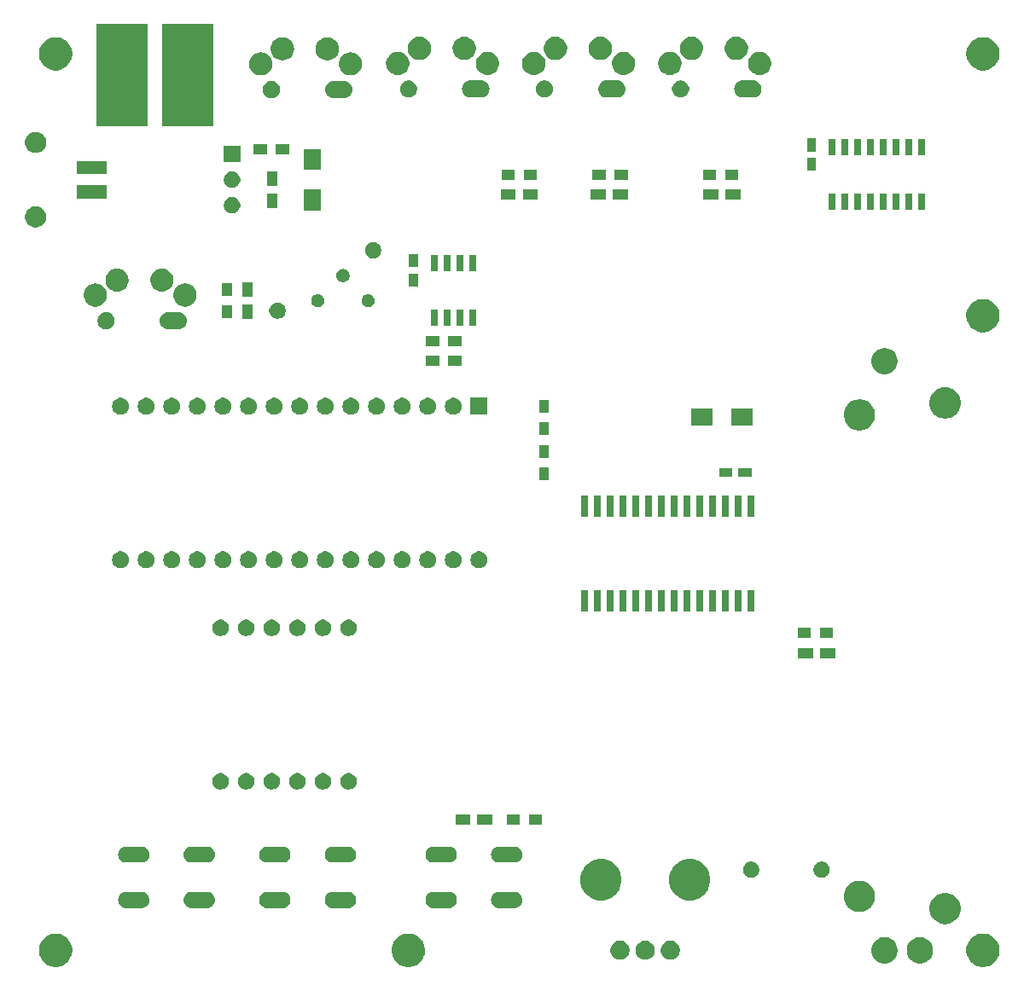
<source format=gts>
G04 #@! TF.GenerationSoftware,KiCad,Pcbnew,5.1.5*
G04 #@! TF.CreationDate,2019-12-29T16:55:21+09:00*
G04 #@! TF.ProjectId,Sync-chan,53796e63-2d63-4686-916e-2e6b69636164,rev?*
G04 #@! TF.SameCoordinates,Original*
G04 #@! TF.FileFunction,Soldermask,Top*
G04 #@! TF.FilePolarity,Negative*
%FSLAX46Y46*%
G04 Gerber Fmt 4.6, Leading zero omitted, Abs format (unit mm)*
G04 Created by KiCad (PCBNEW 5.1.5) date 2019-12-29 16:55:21*
%MOMM*%
%LPD*%
G04 APERTURE LIST*
%ADD10C,0.100000*%
G04 APERTURE END LIST*
D10*
G36*
X109375256Y-143391298D02*
G01*
X109481579Y-143412447D01*
X109782042Y-143536903D01*
X110052451Y-143717585D01*
X110282415Y-143947549D01*
X110463097Y-144217958D01*
X110587553Y-144518421D01*
X110593742Y-144549534D01*
X110651000Y-144837389D01*
X110651000Y-145162611D01*
X110608702Y-145375256D01*
X110587553Y-145481579D01*
X110463097Y-145782042D01*
X110282415Y-146052451D01*
X110052451Y-146282415D01*
X109782042Y-146463097D01*
X109481579Y-146587553D01*
X109375256Y-146608702D01*
X109162611Y-146651000D01*
X108837389Y-146651000D01*
X108624744Y-146608702D01*
X108518421Y-146587553D01*
X108217958Y-146463097D01*
X107947549Y-146282415D01*
X107717585Y-146052451D01*
X107536903Y-145782042D01*
X107412447Y-145481579D01*
X107391298Y-145375256D01*
X107349000Y-145162611D01*
X107349000Y-144837389D01*
X107406258Y-144549534D01*
X107412447Y-144518421D01*
X107536903Y-144217958D01*
X107717585Y-143947549D01*
X107947549Y-143717585D01*
X108217958Y-143536903D01*
X108518421Y-143412447D01*
X108624744Y-143391298D01*
X108837389Y-143349000D01*
X109162611Y-143349000D01*
X109375256Y-143391298D01*
G37*
G36*
X201375256Y-143391298D02*
G01*
X201481579Y-143412447D01*
X201782042Y-143536903D01*
X202052451Y-143717585D01*
X202282415Y-143947549D01*
X202463097Y-144217958D01*
X202587553Y-144518421D01*
X202593742Y-144549534D01*
X202651000Y-144837389D01*
X202651000Y-145162611D01*
X202608702Y-145375256D01*
X202587553Y-145481579D01*
X202463097Y-145782042D01*
X202282415Y-146052451D01*
X202052451Y-146282415D01*
X201782042Y-146463097D01*
X201481579Y-146587553D01*
X201375256Y-146608702D01*
X201162611Y-146651000D01*
X200837389Y-146651000D01*
X200624744Y-146608702D01*
X200518421Y-146587553D01*
X200217958Y-146463097D01*
X199947549Y-146282415D01*
X199717585Y-146052451D01*
X199536903Y-145782042D01*
X199412447Y-145481579D01*
X199391298Y-145375256D01*
X199349000Y-145162611D01*
X199349000Y-144837389D01*
X199406258Y-144549534D01*
X199412447Y-144518421D01*
X199536903Y-144217958D01*
X199717585Y-143947549D01*
X199947549Y-143717585D01*
X200217958Y-143536903D01*
X200518421Y-143412447D01*
X200624744Y-143391298D01*
X200837389Y-143349000D01*
X201162611Y-143349000D01*
X201375256Y-143391298D01*
G37*
G36*
X144375256Y-143391298D02*
G01*
X144481579Y-143412447D01*
X144782042Y-143536903D01*
X145052451Y-143717585D01*
X145282415Y-143947549D01*
X145463097Y-144217958D01*
X145587553Y-144518421D01*
X145593742Y-144549534D01*
X145651000Y-144837389D01*
X145651000Y-145162611D01*
X145608702Y-145375256D01*
X145587553Y-145481579D01*
X145463097Y-145782042D01*
X145282415Y-146052451D01*
X145052451Y-146282415D01*
X144782042Y-146463097D01*
X144481579Y-146587553D01*
X144375256Y-146608702D01*
X144162611Y-146651000D01*
X143837389Y-146651000D01*
X143624744Y-146608702D01*
X143518421Y-146587553D01*
X143217958Y-146463097D01*
X142947549Y-146282415D01*
X142717585Y-146052451D01*
X142536903Y-145782042D01*
X142412447Y-145481579D01*
X142391298Y-145375256D01*
X142349000Y-145162611D01*
X142349000Y-144837389D01*
X142406258Y-144549534D01*
X142412447Y-144518421D01*
X142536903Y-144217958D01*
X142717585Y-143947549D01*
X142947549Y-143717585D01*
X143217958Y-143536903D01*
X143518421Y-143412447D01*
X143624744Y-143391298D01*
X143837389Y-143349000D01*
X144162611Y-143349000D01*
X144375256Y-143391298D01*
G37*
G36*
X191629487Y-143748996D02*
G01*
X191866253Y-143847068D01*
X191866255Y-143847069D01*
X192016634Y-143947549D01*
X192079339Y-143989447D01*
X192260553Y-144170661D01*
X192402932Y-144383747D01*
X192501004Y-144620513D01*
X192551000Y-144871861D01*
X192551000Y-145128139D01*
X192501004Y-145379487D01*
X192471603Y-145450466D01*
X192402931Y-145616255D01*
X192260553Y-145829339D01*
X192079339Y-146010553D01*
X191866255Y-146152931D01*
X191866254Y-146152932D01*
X191866253Y-146152932D01*
X191629487Y-146251004D01*
X191378139Y-146301000D01*
X191121861Y-146301000D01*
X190870513Y-146251004D01*
X190633747Y-146152932D01*
X190633746Y-146152932D01*
X190633745Y-146152931D01*
X190420661Y-146010553D01*
X190239447Y-145829339D01*
X190097069Y-145616255D01*
X190028397Y-145450466D01*
X189998996Y-145379487D01*
X189949000Y-145128139D01*
X189949000Y-144871861D01*
X189998996Y-144620513D01*
X190097068Y-144383747D01*
X190239447Y-144170661D01*
X190420661Y-143989447D01*
X190483366Y-143947549D01*
X190633745Y-143847069D01*
X190633747Y-143847068D01*
X190870513Y-143748996D01*
X191121861Y-143699000D01*
X191378139Y-143699000D01*
X191629487Y-143748996D01*
G37*
G36*
X195129487Y-143748996D02*
G01*
X195366253Y-143847068D01*
X195366255Y-143847069D01*
X195516634Y-143947549D01*
X195579339Y-143989447D01*
X195760553Y-144170661D01*
X195902932Y-144383747D01*
X196001004Y-144620513D01*
X196051000Y-144871861D01*
X196051000Y-145128139D01*
X196001004Y-145379487D01*
X195971603Y-145450466D01*
X195902931Y-145616255D01*
X195760553Y-145829339D01*
X195579339Y-146010553D01*
X195366255Y-146152931D01*
X195366254Y-146152932D01*
X195366253Y-146152932D01*
X195129487Y-146251004D01*
X194878139Y-146301000D01*
X194621861Y-146301000D01*
X194370513Y-146251004D01*
X194133747Y-146152932D01*
X194133746Y-146152932D01*
X194133745Y-146152931D01*
X193920661Y-146010553D01*
X193739447Y-145829339D01*
X193597069Y-145616255D01*
X193528397Y-145450466D01*
X193498996Y-145379487D01*
X193449000Y-145128139D01*
X193449000Y-144871861D01*
X193498996Y-144620513D01*
X193597068Y-144383747D01*
X193739447Y-144170661D01*
X193920661Y-143989447D01*
X193983366Y-143947549D01*
X194133745Y-143847069D01*
X194133747Y-143847068D01*
X194370513Y-143748996D01*
X194621861Y-143699000D01*
X194878139Y-143699000D01*
X195129487Y-143748996D01*
G37*
G36*
X167777395Y-144085546D02*
G01*
X167950466Y-144157234D01*
X167950467Y-144157235D01*
X168106227Y-144261310D01*
X168238690Y-144393773D01*
X168238691Y-144393775D01*
X168342766Y-144549534D01*
X168414454Y-144722605D01*
X168451000Y-144906333D01*
X168451000Y-145093667D01*
X168414454Y-145277395D01*
X168342766Y-145450466D01*
X168321977Y-145481579D01*
X168238690Y-145606227D01*
X168106227Y-145738690D01*
X168041349Y-145782040D01*
X167950466Y-145842766D01*
X167777395Y-145914454D01*
X167593667Y-145951000D01*
X167406333Y-145951000D01*
X167222605Y-145914454D01*
X167049534Y-145842766D01*
X166958651Y-145782040D01*
X166893773Y-145738690D01*
X166761310Y-145606227D01*
X166678023Y-145481579D01*
X166657234Y-145450466D01*
X166585546Y-145277395D01*
X166549000Y-145093667D01*
X166549000Y-144906333D01*
X166585546Y-144722605D01*
X166657234Y-144549534D01*
X166761309Y-144393775D01*
X166761310Y-144393773D01*
X166893773Y-144261310D01*
X167049533Y-144157235D01*
X167049534Y-144157234D01*
X167222605Y-144085546D01*
X167406333Y-144049000D01*
X167593667Y-144049000D01*
X167777395Y-144085546D01*
G37*
G36*
X165277395Y-144085546D02*
G01*
X165450466Y-144157234D01*
X165450467Y-144157235D01*
X165606227Y-144261310D01*
X165738690Y-144393773D01*
X165738691Y-144393775D01*
X165842766Y-144549534D01*
X165914454Y-144722605D01*
X165951000Y-144906333D01*
X165951000Y-145093667D01*
X165914454Y-145277395D01*
X165842766Y-145450466D01*
X165821977Y-145481579D01*
X165738690Y-145606227D01*
X165606227Y-145738690D01*
X165541349Y-145782040D01*
X165450466Y-145842766D01*
X165277395Y-145914454D01*
X165093667Y-145951000D01*
X164906333Y-145951000D01*
X164722605Y-145914454D01*
X164549534Y-145842766D01*
X164458651Y-145782040D01*
X164393773Y-145738690D01*
X164261310Y-145606227D01*
X164178023Y-145481579D01*
X164157234Y-145450466D01*
X164085546Y-145277395D01*
X164049000Y-145093667D01*
X164049000Y-144906333D01*
X164085546Y-144722605D01*
X164157234Y-144549534D01*
X164261309Y-144393775D01*
X164261310Y-144393773D01*
X164393773Y-144261310D01*
X164549533Y-144157235D01*
X164549534Y-144157234D01*
X164722605Y-144085546D01*
X164906333Y-144049000D01*
X165093667Y-144049000D01*
X165277395Y-144085546D01*
G37*
G36*
X170277395Y-144085546D02*
G01*
X170450466Y-144157234D01*
X170450467Y-144157235D01*
X170606227Y-144261310D01*
X170738690Y-144393773D01*
X170738691Y-144393775D01*
X170842766Y-144549534D01*
X170914454Y-144722605D01*
X170951000Y-144906333D01*
X170951000Y-145093667D01*
X170914454Y-145277395D01*
X170842766Y-145450466D01*
X170821977Y-145481579D01*
X170738690Y-145606227D01*
X170606227Y-145738690D01*
X170541349Y-145782040D01*
X170450466Y-145842766D01*
X170277395Y-145914454D01*
X170093667Y-145951000D01*
X169906333Y-145951000D01*
X169722605Y-145914454D01*
X169549534Y-145842766D01*
X169458651Y-145782040D01*
X169393773Y-145738690D01*
X169261310Y-145606227D01*
X169178023Y-145481579D01*
X169157234Y-145450466D01*
X169085546Y-145277395D01*
X169049000Y-145093667D01*
X169049000Y-144906333D01*
X169085546Y-144722605D01*
X169157234Y-144549534D01*
X169261309Y-144393775D01*
X169261310Y-144393773D01*
X169393773Y-144261310D01*
X169549533Y-144157235D01*
X169549534Y-144157234D01*
X169722605Y-144085546D01*
X169906333Y-144049000D01*
X170093667Y-144049000D01*
X170277395Y-144085546D01*
G37*
G36*
X197445171Y-139307436D02*
G01*
X197702410Y-139358604D01*
X197984674Y-139475521D01*
X198238705Y-139645259D01*
X198454741Y-139861295D01*
X198624479Y-140115326D01*
X198704292Y-140308013D01*
X198741396Y-140397591D01*
X198789357Y-140638704D01*
X198801000Y-140697240D01*
X198801000Y-141002760D01*
X198741396Y-141302410D01*
X198624479Y-141584674D01*
X198454741Y-141838705D01*
X198238705Y-142054741D01*
X197984674Y-142224479D01*
X197702410Y-142341396D01*
X197552585Y-142371198D01*
X197402761Y-142401000D01*
X197097239Y-142401000D01*
X196947415Y-142371198D01*
X196797590Y-142341396D01*
X196515326Y-142224479D01*
X196261295Y-142054741D01*
X196045259Y-141838705D01*
X195875521Y-141584674D01*
X195758604Y-141302410D01*
X195699000Y-141002760D01*
X195699000Y-140697240D01*
X195710644Y-140638704D01*
X195758604Y-140397591D01*
X195795708Y-140308013D01*
X195875521Y-140115326D01*
X196045259Y-139861295D01*
X196261295Y-139645259D01*
X196515326Y-139475521D01*
X196797590Y-139358604D01*
X197054829Y-139307436D01*
X197097239Y-139299000D01*
X197402761Y-139299000D01*
X197445171Y-139307436D01*
G37*
G36*
X189052585Y-138128802D02*
G01*
X189202410Y-138158604D01*
X189484674Y-138275521D01*
X189738705Y-138445259D01*
X189954741Y-138661295D01*
X190124479Y-138915326D01*
X190147751Y-138971511D01*
X190241396Y-139197591D01*
X190301000Y-139497239D01*
X190301000Y-139802761D01*
X190271198Y-139952585D01*
X190241396Y-140102410D01*
X190124479Y-140384674D01*
X189954741Y-140638705D01*
X189738705Y-140854741D01*
X189484674Y-141024479D01*
X189202410Y-141141396D01*
X189052585Y-141171198D01*
X188902761Y-141201000D01*
X188597239Y-141201000D01*
X188447415Y-141171198D01*
X188297590Y-141141396D01*
X188015326Y-141024479D01*
X187761295Y-140854741D01*
X187545259Y-140638705D01*
X187375521Y-140384674D01*
X187258604Y-140102410D01*
X187228802Y-139952585D01*
X187199000Y-139802761D01*
X187199000Y-139497239D01*
X187258604Y-139197591D01*
X187352249Y-138971511D01*
X187375521Y-138915326D01*
X187545259Y-138661295D01*
X187761295Y-138445259D01*
X188015326Y-138275521D01*
X188297590Y-138158604D01*
X188447415Y-138128802D01*
X188597239Y-138099000D01*
X188902761Y-138099000D01*
X189052585Y-138128802D01*
G37*
G36*
X148078571Y-139202863D02*
G01*
X148157023Y-139210590D01*
X148257682Y-139241125D01*
X148308013Y-139256392D01*
X148447165Y-139330771D01*
X148569133Y-139430867D01*
X148669229Y-139552835D01*
X148743608Y-139691987D01*
X148743608Y-139691988D01*
X148789410Y-139842977D01*
X148804875Y-140000000D01*
X148789410Y-140157023D01*
X148758875Y-140257682D01*
X148743608Y-140308013D01*
X148669229Y-140447165D01*
X148569133Y-140569133D01*
X148447165Y-140669229D01*
X148308013Y-140743608D01*
X148257682Y-140758875D01*
X148157023Y-140789410D01*
X148078571Y-140797137D01*
X148039346Y-140801000D01*
X146460654Y-140801000D01*
X146421429Y-140797137D01*
X146342977Y-140789410D01*
X146242318Y-140758875D01*
X146191987Y-140743608D01*
X146052835Y-140669229D01*
X145930867Y-140569133D01*
X145830771Y-140447165D01*
X145756392Y-140308013D01*
X145741125Y-140257682D01*
X145710590Y-140157023D01*
X145695125Y-140000000D01*
X145710590Y-139842977D01*
X145756392Y-139691988D01*
X145756392Y-139691987D01*
X145830771Y-139552835D01*
X145930867Y-139430867D01*
X146052835Y-139330771D01*
X146191987Y-139256392D01*
X146242318Y-139241125D01*
X146342977Y-139210590D01*
X146421429Y-139202863D01*
X146460654Y-139199000D01*
X148039346Y-139199000D01*
X148078571Y-139202863D01*
G37*
G36*
X117578571Y-139202863D02*
G01*
X117657023Y-139210590D01*
X117757682Y-139241125D01*
X117808013Y-139256392D01*
X117947165Y-139330771D01*
X118069133Y-139430867D01*
X118169229Y-139552835D01*
X118243608Y-139691987D01*
X118243608Y-139691988D01*
X118289410Y-139842977D01*
X118304875Y-140000000D01*
X118289410Y-140157023D01*
X118258875Y-140257682D01*
X118243608Y-140308013D01*
X118169229Y-140447165D01*
X118069133Y-140569133D01*
X117947165Y-140669229D01*
X117808013Y-140743608D01*
X117757682Y-140758875D01*
X117657023Y-140789410D01*
X117578571Y-140797137D01*
X117539346Y-140801000D01*
X115960654Y-140801000D01*
X115921429Y-140797137D01*
X115842977Y-140789410D01*
X115742318Y-140758875D01*
X115691987Y-140743608D01*
X115552835Y-140669229D01*
X115430867Y-140569133D01*
X115330771Y-140447165D01*
X115256392Y-140308013D01*
X115241125Y-140257682D01*
X115210590Y-140157023D01*
X115195125Y-140000000D01*
X115210590Y-139842977D01*
X115256392Y-139691988D01*
X115256392Y-139691987D01*
X115330771Y-139552835D01*
X115430867Y-139430867D01*
X115552835Y-139330771D01*
X115691987Y-139256392D01*
X115742318Y-139241125D01*
X115842977Y-139210590D01*
X115921429Y-139202863D01*
X115960654Y-139199000D01*
X117539346Y-139199000D01*
X117578571Y-139202863D01*
G37*
G36*
X138078571Y-139202863D02*
G01*
X138157023Y-139210590D01*
X138257682Y-139241125D01*
X138308013Y-139256392D01*
X138447165Y-139330771D01*
X138569133Y-139430867D01*
X138669229Y-139552835D01*
X138743608Y-139691987D01*
X138743608Y-139691988D01*
X138789410Y-139842977D01*
X138804875Y-140000000D01*
X138789410Y-140157023D01*
X138758875Y-140257682D01*
X138743608Y-140308013D01*
X138669229Y-140447165D01*
X138569133Y-140569133D01*
X138447165Y-140669229D01*
X138308013Y-140743608D01*
X138257682Y-140758875D01*
X138157023Y-140789410D01*
X138078571Y-140797137D01*
X138039346Y-140801000D01*
X136460654Y-140801000D01*
X136421429Y-140797137D01*
X136342977Y-140789410D01*
X136242318Y-140758875D01*
X136191987Y-140743608D01*
X136052835Y-140669229D01*
X135930867Y-140569133D01*
X135830771Y-140447165D01*
X135756392Y-140308013D01*
X135741125Y-140257682D01*
X135710590Y-140157023D01*
X135695125Y-140000000D01*
X135710590Y-139842977D01*
X135756392Y-139691988D01*
X135756392Y-139691987D01*
X135830771Y-139552835D01*
X135930867Y-139430867D01*
X136052835Y-139330771D01*
X136191987Y-139256392D01*
X136242318Y-139241125D01*
X136342977Y-139210590D01*
X136421429Y-139202863D01*
X136460654Y-139199000D01*
X138039346Y-139199000D01*
X138078571Y-139202863D01*
G37*
G36*
X131578571Y-139202863D02*
G01*
X131657023Y-139210590D01*
X131757682Y-139241125D01*
X131808013Y-139256392D01*
X131947165Y-139330771D01*
X132069133Y-139430867D01*
X132169229Y-139552835D01*
X132243608Y-139691987D01*
X132243608Y-139691988D01*
X132289410Y-139842977D01*
X132304875Y-140000000D01*
X132289410Y-140157023D01*
X132258875Y-140257682D01*
X132243608Y-140308013D01*
X132169229Y-140447165D01*
X132069133Y-140569133D01*
X131947165Y-140669229D01*
X131808013Y-140743608D01*
X131757682Y-140758875D01*
X131657023Y-140789410D01*
X131578571Y-140797137D01*
X131539346Y-140801000D01*
X129960654Y-140801000D01*
X129921429Y-140797137D01*
X129842977Y-140789410D01*
X129742318Y-140758875D01*
X129691987Y-140743608D01*
X129552835Y-140669229D01*
X129430867Y-140569133D01*
X129330771Y-140447165D01*
X129256392Y-140308013D01*
X129241125Y-140257682D01*
X129210590Y-140157023D01*
X129195125Y-140000000D01*
X129210590Y-139842977D01*
X129256392Y-139691988D01*
X129256392Y-139691987D01*
X129330771Y-139552835D01*
X129430867Y-139430867D01*
X129552835Y-139330771D01*
X129691987Y-139256392D01*
X129742318Y-139241125D01*
X129842977Y-139210590D01*
X129921429Y-139202863D01*
X129960654Y-139199000D01*
X131539346Y-139199000D01*
X131578571Y-139202863D01*
G37*
G36*
X124078571Y-139202863D02*
G01*
X124157023Y-139210590D01*
X124257682Y-139241125D01*
X124308013Y-139256392D01*
X124447165Y-139330771D01*
X124569133Y-139430867D01*
X124669229Y-139552835D01*
X124743608Y-139691987D01*
X124743608Y-139691988D01*
X124789410Y-139842977D01*
X124804875Y-140000000D01*
X124789410Y-140157023D01*
X124758875Y-140257682D01*
X124743608Y-140308013D01*
X124669229Y-140447165D01*
X124569133Y-140569133D01*
X124447165Y-140669229D01*
X124308013Y-140743608D01*
X124257682Y-140758875D01*
X124157023Y-140789410D01*
X124078571Y-140797137D01*
X124039346Y-140801000D01*
X122460654Y-140801000D01*
X122421429Y-140797137D01*
X122342977Y-140789410D01*
X122242318Y-140758875D01*
X122191987Y-140743608D01*
X122052835Y-140669229D01*
X121930867Y-140569133D01*
X121830771Y-140447165D01*
X121756392Y-140308013D01*
X121741125Y-140257682D01*
X121710590Y-140157023D01*
X121695125Y-140000000D01*
X121710590Y-139842977D01*
X121756392Y-139691988D01*
X121756392Y-139691987D01*
X121830771Y-139552835D01*
X121930867Y-139430867D01*
X122052835Y-139330771D01*
X122191987Y-139256392D01*
X122242318Y-139241125D01*
X122342977Y-139210590D01*
X122421429Y-139202863D01*
X122460654Y-139199000D01*
X124039346Y-139199000D01*
X124078571Y-139202863D01*
G37*
G36*
X154578571Y-139202863D02*
G01*
X154657023Y-139210590D01*
X154757682Y-139241125D01*
X154808013Y-139256392D01*
X154947165Y-139330771D01*
X155069133Y-139430867D01*
X155169229Y-139552835D01*
X155243608Y-139691987D01*
X155243608Y-139691988D01*
X155289410Y-139842977D01*
X155304875Y-140000000D01*
X155289410Y-140157023D01*
X155258875Y-140257682D01*
X155243608Y-140308013D01*
X155169229Y-140447165D01*
X155069133Y-140569133D01*
X154947165Y-140669229D01*
X154808013Y-140743608D01*
X154757682Y-140758875D01*
X154657023Y-140789410D01*
X154578571Y-140797137D01*
X154539346Y-140801000D01*
X152960654Y-140801000D01*
X152921429Y-140797137D01*
X152842977Y-140789410D01*
X152742318Y-140758875D01*
X152691987Y-140743608D01*
X152552835Y-140669229D01*
X152430867Y-140569133D01*
X152330771Y-140447165D01*
X152256392Y-140308013D01*
X152241125Y-140257682D01*
X152210590Y-140157023D01*
X152195125Y-140000000D01*
X152210590Y-139842977D01*
X152256392Y-139691988D01*
X152256392Y-139691987D01*
X152330771Y-139552835D01*
X152430867Y-139430867D01*
X152552835Y-139330771D01*
X152691987Y-139256392D01*
X152742318Y-139241125D01*
X152842977Y-139210590D01*
X152921429Y-139202863D01*
X152960654Y-139199000D01*
X154539346Y-139199000D01*
X154578571Y-139202863D01*
G37*
G36*
X172498254Y-136027818D02*
G01*
X172871511Y-136182426D01*
X172871513Y-136182427D01*
X173207436Y-136406884D01*
X173493116Y-136692564D01*
X173645035Y-136919926D01*
X173717574Y-137028489D01*
X173872182Y-137401746D01*
X173951000Y-137797993D01*
X173951000Y-138202007D01*
X173872182Y-138598254D01*
X173740846Y-138915328D01*
X173717573Y-138971513D01*
X173493116Y-139307436D01*
X173207436Y-139593116D01*
X172871513Y-139817573D01*
X172871512Y-139817574D01*
X172871511Y-139817574D01*
X172498254Y-139972182D01*
X172102007Y-140051000D01*
X171697993Y-140051000D01*
X171301746Y-139972182D01*
X170928489Y-139817574D01*
X170928488Y-139817574D01*
X170928487Y-139817573D01*
X170592564Y-139593116D01*
X170306884Y-139307436D01*
X170082427Y-138971513D01*
X170059154Y-138915328D01*
X169927818Y-138598254D01*
X169849000Y-138202007D01*
X169849000Y-137797993D01*
X169927818Y-137401746D01*
X170082426Y-137028489D01*
X170154966Y-136919926D01*
X170306884Y-136692564D01*
X170592564Y-136406884D01*
X170928487Y-136182427D01*
X170928489Y-136182426D01*
X171301746Y-136027818D01*
X171697993Y-135949000D01*
X172102007Y-135949000D01*
X172498254Y-136027818D01*
G37*
G36*
X163698254Y-136027818D02*
G01*
X164071511Y-136182426D01*
X164071513Y-136182427D01*
X164407436Y-136406884D01*
X164693116Y-136692564D01*
X164845035Y-136919926D01*
X164917574Y-137028489D01*
X165072182Y-137401746D01*
X165151000Y-137797993D01*
X165151000Y-138202007D01*
X165072182Y-138598254D01*
X164940846Y-138915328D01*
X164917573Y-138971513D01*
X164693116Y-139307436D01*
X164407436Y-139593116D01*
X164071513Y-139817573D01*
X164071512Y-139817574D01*
X164071511Y-139817574D01*
X163698254Y-139972182D01*
X163302007Y-140051000D01*
X162897993Y-140051000D01*
X162501746Y-139972182D01*
X162128489Y-139817574D01*
X162128488Y-139817574D01*
X162128487Y-139817573D01*
X161792564Y-139593116D01*
X161506884Y-139307436D01*
X161282427Y-138971513D01*
X161259154Y-138915328D01*
X161127818Y-138598254D01*
X161049000Y-138202007D01*
X161049000Y-137797993D01*
X161127818Y-137401746D01*
X161282426Y-137028489D01*
X161354966Y-136919926D01*
X161506884Y-136692564D01*
X161792564Y-136406884D01*
X162128487Y-136182427D01*
X162128489Y-136182426D01*
X162501746Y-136027818D01*
X162897993Y-135949000D01*
X163302007Y-135949000D01*
X163698254Y-136027818D01*
G37*
G36*
X178237142Y-136218242D02*
G01*
X178385101Y-136279529D01*
X178518255Y-136368499D01*
X178631501Y-136481745D01*
X178720471Y-136614899D01*
X178781758Y-136762858D01*
X178813000Y-136919925D01*
X178813000Y-137080075D01*
X178781758Y-137237142D01*
X178720471Y-137385101D01*
X178631501Y-137518255D01*
X178518255Y-137631501D01*
X178385101Y-137720471D01*
X178237142Y-137781758D01*
X178080075Y-137813000D01*
X177919925Y-137813000D01*
X177762858Y-137781758D01*
X177614899Y-137720471D01*
X177481745Y-137631501D01*
X177368499Y-137518255D01*
X177279529Y-137385101D01*
X177218242Y-137237142D01*
X177187000Y-137080075D01*
X177187000Y-136919925D01*
X177218242Y-136762858D01*
X177279529Y-136614899D01*
X177368499Y-136481745D01*
X177481745Y-136368499D01*
X177614899Y-136279529D01*
X177762858Y-136218242D01*
X177919925Y-136187000D01*
X178080075Y-136187000D01*
X178237142Y-136218242D01*
G37*
G36*
X185237142Y-136218242D02*
G01*
X185385101Y-136279529D01*
X185518255Y-136368499D01*
X185631501Y-136481745D01*
X185720471Y-136614899D01*
X185781758Y-136762858D01*
X185813000Y-136919925D01*
X185813000Y-137080075D01*
X185781758Y-137237142D01*
X185720471Y-137385101D01*
X185631501Y-137518255D01*
X185518255Y-137631501D01*
X185385101Y-137720471D01*
X185237142Y-137781758D01*
X185080075Y-137813000D01*
X184919925Y-137813000D01*
X184762858Y-137781758D01*
X184614899Y-137720471D01*
X184481745Y-137631501D01*
X184368499Y-137518255D01*
X184279529Y-137385101D01*
X184218242Y-137237142D01*
X184187000Y-137080075D01*
X184187000Y-136919925D01*
X184218242Y-136762858D01*
X184279529Y-136614899D01*
X184368499Y-136481745D01*
X184481745Y-136368499D01*
X184614899Y-136279529D01*
X184762858Y-136218242D01*
X184919925Y-136187000D01*
X185080075Y-136187000D01*
X185237142Y-136218242D01*
G37*
G36*
X154578571Y-134702863D02*
G01*
X154657023Y-134710590D01*
X154757682Y-134741125D01*
X154808013Y-134756392D01*
X154947165Y-134830771D01*
X155069133Y-134930867D01*
X155169229Y-135052835D01*
X155243608Y-135191987D01*
X155243608Y-135191988D01*
X155289410Y-135342977D01*
X155304875Y-135500000D01*
X155289410Y-135657023D01*
X155258875Y-135757682D01*
X155243608Y-135808013D01*
X155169229Y-135947165D01*
X155069133Y-136069133D01*
X154947165Y-136169229D01*
X154808013Y-136243608D01*
X154757682Y-136258875D01*
X154657023Y-136289410D01*
X154578571Y-136297137D01*
X154539346Y-136301000D01*
X152960654Y-136301000D01*
X152921429Y-136297137D01*
X152842977Y-136289410D01*
X152742318Y-136258875D01*
X152691987Y-136243608D01*
X152552835Y-136169229D01*
X152430867Y-136069133D01*
X152330771Y-135947165D01*
X152256392Y-135808013D01*
X152241125Y-135757682D01*
X152210590Y-135657023D01*
X152195125Y-135500000D01*
X152210590Y-135342977D01*
X152256392Y-135191988D01*
X152256392Y-135191987D01*
X152330771Y-135052835D01*
X152430867Y-134930867D01*
X152552835Y-134830771D01*
X152691987Y-134756392D01*
X152742318Y-134741125D01*
X152842977Y-134710590D01*
X152921429Y-134702863D01*
X152960654Y-134699000D01*
X154539346Y-134699000D01*
X154578571Y-134702863D01*
G37*
G36*
X148078571Y-134702863D02*
G01*
X148157023Y-134710590D01*
X148257682Y-134741125D01*
X148308013Y-134756392D01*
X148447165Y-134830771D01*
X148569133Y-134930867D01*
X148669229Y-135052835D01*
X148743608Y-135191987D01*
X148743608Y-135191988D01*
X148789410Y-135342977D01*
X148804875Y-135500000D01*
X148789410Y-135657023D01*
X148758875Y-135757682D01*
X148743608Y-135808013D01*
X148669229Y-135947165D01*
X148569133Y-136069133D01*
X148447165Y-136169229D01*
X148308013Y-136243608D01*
X148257682Y-136258875D01*
X148157023Y-136289410D01*
X148078571Y-136297137D01*
X148039346Y-136301000D01*
X146460654Y-136301000D01*
X146421429Y-136297137D01*
X146342977Y-136289410D01*
X146242318Y-136258875D01*
X146191987Y-136243608D01*
X146052835Y-136169229D01*
X145930867Y-136069133D01*
X145830771Y-135947165D01*
X145756392Y-135808013D01*
X145741125Y-135757682D01*
X145710590Y-135657023D01*
X145695125Y-135500000D01*
X145710590Y-135342977D01*
X145756392Y-135191988D01*
X145756392Y-135191987D01*
X145830771Y-135052835D01*
X145930867Y-134930867D01*
X146052835Y-134830771D01*
X146191987Y-134756392D01*
X146242318Y-134741125D01*
X146342977Y-134710590D01*
X146421429Y-134702863D01*
X146460654Y-134699000D01*
X148039346Y-134699000D01*
X148078571Y-134702863D01*
G37*
G36*
X117578571Y-134702863D02*
G01*
X117657023Y-134710590D01*
X117757682Y-134741125D01*
X117808013Y-134756392D01*
X117947165Y-134830771D01*
X118069133Y-134930867D01*
X118169229Y-135052835D01*
X118243608Y-135191987D01*
X118243608Y-135191988D01*
X118289410Y-135342977D01*
X118304875Y-135500000D01*
X118289410Y-135657023D01*
X118258875Y-135757682D01*
X118243608Y-135808013D01*
X118169229Y-135947165D01*
X118069133Y-136069133D01*
X117947165Y-136169229D01*
X117808013Y-136243608D01*
X117757682Y-136258875D01*
X117657023Y-136289410D01*
X117578571Y-136297137D01*
X117539346Y-136301000D01*
X115960654Y-136301000D01*
X115921429Y-136297137D01*
X115842977Y-136289410D01*
X115742318Y-136258875D01*
X115691987Y-136243608D01*
X115552835Y-136169229D01*
X115430867Y-136069133D01*
X115330771Y-135947165D01*
X115256392Y-135808013D01*
X115241125Y-135757682D01*
X115210590Y-135657023D01*
X115195125Y-135500000D01*
X115210590Y-135342977D01*
X115256392Y-135191988D01*
X115256392Y-135191987D01*
X115330771Y-135052835D01*
X115430867Y-134930867D01*
X115552835Y-134830771D01*
X115691987Y-134756392D01*
X115742318Y-134741125D01*
X115842977Y-134710590D01*
X115921429Y-134702863D01*
X115960654Y-134699000D01*
X117539346Y-134699000D01*
X117578571Y-134702863D01*
G37*
G36*
X124078571Y-134702863D02*
G01*
X124157023Y-134710590D01*
X124257682Y-134741125D01*
X124308013Y-134756392D01*
X124447165Y-134830771D01*
X124569133Y-134930867D01*
X124669229Y-135052835D01*
X124743608Y-135191987D01*
X124743608Y-135191988D01*
X124789410Y-135342977D01*
X124804875Y-135500000D01*
X124789410Y-135657023D01*
X124758875Y-135757682D01*
X124743608Y-135808013D01*
X124669229Y-135947165D01*
X124569133Y-136069133D01*
X124447165Y-136169229D01*
X124308013Y-136243608D01*
X124257682Y-136258875D01*
X124157023Y-136289410D01*
X124078571Y-136297137D01*
X124039346Y-136301000D01*
X122460654Y-136301000D01*
X122421429Y-136297137D01*
X122342977Y-136289410D01*
X122242318Y-136258875D01*
X122191987Y-136243608D01*
X122052835Y-136169229D01*
X121930867Y-136069133D01*
X121830771Y-135947165D01*
X121756392Y-135808013D01*
X121741125Y-135757682D01*
X121710590Y-135657023D01*
X121695125Y-135500000D01*
X121710590Y-135342977D01*
X121756392Y-135191988D01*
X121756392Y-135191987D01*
X121830771Y-135052835D01*
X121930867Y-134930867D01*
X122052835Y-134830771D01*
X122191987Y-134756392D01*
X122242318Y-134741125D01*
X122342977Y-134710590D01*
X122421429Y-134702863D01*
X122460654Y-134699000D01*
X124039346Y-134699000D01*
X124078571Y-134702863D01*
G37*
G36*
X131578571Y-134702863D02*
G01*
X131657023Y-134710590D01*
X131757682Y-134741125D01*
X131808013Y-134756392D01*
X131947165Y-134830771D01*
X132069133Y-134930867D01*
X132169229Y-135052835D01*
X132243608Y-135191987D01*
X132243608Y-135191988D01*
X132289410Y-135342977D01*
X132304875Y-135500000D01*
X132289410Y-135657023D01*
X132258875Y-135757682D01*
X132243608Y-135808013D01*
X132169229Y-135947165D01*
X132069133Y-136069133D01*
X131947165Y-136169229D01*
X131808013Y-136243608D01*
X131757682Y-136258875D01*
X131657023Y-136289410D01*
X131578571Y-136297137D01*
X131539346Y-136301000D01*
X129960654Y-136301000D01*
X129921429Y-136297137D01*
X129842977Y-136289410D01*
X129742318Y-136258875D01*
X129691987Y-136243608D01*
X129552835Y-136169229D01*
X129430867Y-136069133D01*
X129330771Y-135947165D01*
X129256392Y-135808013D01*
X129241125Y-135757682D01*
X129210590Y-135657023D01*
X129195125Y-135500000D01*
X129210590Y-135342977D01*
X129256392Y-135191988D01*
X129256392Y-135191987D01*
X129330771Y-135052835D01*
X129430867Y-134930867D01*
X129552835Y-134830771D01*
X129691987Y-134756392D01*
X129742318Y-134741125D01*
X129842977Y-134710590D01*
X129921429Y-134702863D01*
X129960654Y-134699000D01*
X131539346Y-134699000D01*
X131578571Y-134702863D01*
G37*
G36*
X138078571Y-134702863D02*
G01*
X138157023Y-134710590D01*
X138257682Y-134741125D01*
X138308013Y-134756392D01*
X138447165Y-134830771D01*
X138569133Y-134930867D01*
X138669229Y-135052835D01*
X138743608Y-135191987D01*
X138743608Y-135191988D01*
X138789410Y-135342977D01*
X138804875Y-135500000D01*
X138789410Y-135657023D01*
X138758875Y-135757682D01*
X138743608Y-135808013D01*
X138669229Y-135947165D01*
X138569133Y-136069133D01*
X138447165Y-136169229D01*
X138308013Y-136243608D01*
X138257682Y-136258875D01*
X138157023Y-136289410D01*
X138078571Y-136297137D01*
X138039346Y-136301000D01*
X136460654Y-136301000D01*
X136421429Y-136297137D01*
X136342977Y-136289410D01*
X136242318Y-136258875D01*
X136191987Y-136243608D01*
X136052835Y-136169229D01*
X135930867Y-136069133D01*
X135830771Y-135947165D01*
X135756392Y-135808013D01*
X135741125Y-135757682D01*
X135710590Y-135657023D01*
X135695125Y-135500000D01*
X135710590Y-135342977D01*
X135756392Y-135191988D01*
X135756392Y-135191987D01*
X135830771Y-135052835D01*
X135930867Y-134930867D01*
X136052835Y-134830771D01*
X136191987Y-134756392D01*
X136242318Y-134741125D01*
X136342977Y-134710590D01*
X136421429Y-134702863D01*
X136460654Y-134699000D01*
X138039346Y-134699000D01*
X138078571Y-134702863D01*
G37*
G36*
X157251000Y-132501000D02*
G01*
X155949000Y-132501000D01*
X155949000Y-131499000D01*
X157251000Y-131499000D01*
X157251000Y-132501000D01*
G37*
G36*
X150151000Y-132501000D02*
G01*
X148649000Y-132501000D01*
X148649000Y-131499000D01*
X150151000Y-131499000D01*
X150151000Y-132501000D01*
G37*
G36*
X152351000Y-132501000D02*
G01*
X150849000Y-132501000D01*
X150849000Y-131499000D01*
X152351000Y-131499000D01*
X152351000Y-132501000D01*
G37*
G36*
X155051000Y-132501000D02*
G01*
X153749000Y-132501000D01*
X153749000Y-131499000D01*
X155051000Y-131499000D01*
X155051000Y-132501000D01*
G37*
G36*
X130667142Y-127438242D02*
G01*
X130815101Y-127499529D01*
X130948255Y-127588499D01*
X131061501Y-127701745D01*
X131150471Y-127834899D01*
X131211758Y-127982858D01*
X131243000Y-128139925D01*
X131243000Y-128300075D01*
X131211758Y-128457142D01*
X131150471Y-128605101D01*
X131061501Y-128738255D01*
X130948255Y-128851501D01*
X130815101Y-128940471D01*
X130667142Y-129001758D01*
X130510075Y-129033000D01*
X130349925Y-129033000D01*
X130192858Y-129001758D01*
X130044899Y-128940471D01*
X129911745Y-128851501D01*
X129798499Y-128738255D01*
X129709529Y-128605101D01*
X129648242Y-128457142D01*
X129617000Y-128300075D01*
X129617000Y-128139925D01*
X129648242Y-127982858D01*
X129709529Y-127834899D01*
X129798499Y-127701745D01*
X129911745Y-127588499D01*
X130044899Y-127499529D01*
X130192858Y-127438242D01*
X130349925Y-127407000D01*
X130510075Y-127407000D01*
X130667142Y-127438242D01*
G37*
G36*
X125587142Y-127438242D02*
G01*
X125735101Y-127499529D01*
X125868255Y-127588499D01*
X125981501Y-127701745D01*
X126070471Y-127834899D01*
X126131758Y-127982858D01*
X126163000Y-128139925D01*
X126163000Y-128300075D01*
X126131758Y-128457142D01*
X126070471Y-128605101D01*
X125981501Y-128738255D01*
X125868255Y-128851501D01*
X125735101Y-128940471D01*
X125587142Y-129001758D01*
X125430075Y-129033000D01*
X125269925Y-129033000D01*
X125112858Y-129001758D01*
X124964899Y-128940471D01*
X124831745Y-128851501D01*
X124718499Y-128738255D01*
X124629529Y-128605101D01*
X124568242Y-128457142D01*
X124537000Y-128300075D01*
X124537000Y-128139925D01*
X124568242Y-127982858D01*
X124629529Y-127834899D01*
X124718499Y-127701745D01*
X124831745Y-127588499D01*
X124964899Y-127499529D01*
X125112858Y-127438242D01*
X125269925Y-127407000D01*
X125430075Y-127407000D01*
X125587142Y-127438242D01*
G37*
G36*
X128127142Y-127438242D02*
G01*
X128275101Y-127499529D01*
X128408255Y-127588499D01*
X128521501Y-127701745D01*
X128610471Y-127834899D01*
X128671758Y-127982858D01*
X128703000Y-128139925D01*
X128703000Y-128300075D01*
X128671758Y-128457142D01*
X128610471Y-128605101D01*
X128521501Y-128738255D01*
X128408255Y-128851501D01*
X128275101Y-128940471D01*
X128127142Y-129001758D01*
X127970075Y-129033000D01*
X127809925Y-129033000D01*
X127652858Y-129001758D01*
X127504899Y-128940471D01*
X127371745Y-128851501D01*
X127258499Y-128738255D01*
X127169529Y-128605101D01*
X127108242Y-128457142D01*
X127077000Y-128300075D01*
X127077000Y-128139925D01*
X127108242Y-127982858D01*
X127169529Y-127834899D01*
X127258499Y-127701745D01*
X127371745Y-127588499D01*
X127504899Y-127499529D01*
X127652858Y-127438242D01*
X127809925Y-127407000D01*
X127970075Y-127407000D01*
X128127142Y-127438242D01*
G37*
G36*
X133207142Y-127438242D02*
G01*
X133355101Y-127499529D01*
X133488255Y-127588499D01*
X133601501Y-127701745D01*
X133690471Y-127834899D01*
X133751758Y-127982858D01*
X133783000Y-128139925D01*
X133783000Y-128300075D01*
X133751758Y-128457142D01*
X133690471Y-128605101D01*
X133601501Y-128738255D01*
X133488255Y-128851501D01*
X133355101Y-128940471D01*
X133207142Y-129001758D01*
X133050075Y-129033000D01*
X132889925Y-129033000D01*
X132732858Y-129001758D01*
X132584899Y-128940471D01*
X132451745Y-128851501D01*
X132338499Y-128738255D01*
X132249529Y-128605101D01*
X132188242Y-128457142D01*
X132157000Y-128300075D01*
X132157000Y-128139925D01*
X132188242Y-127982858D01*
X132249529Y-127834899D01*
X132338499Y-127701745D01*
X132451745Y-127588499D01*
X132584899Y-127499529D01*
X132732858Y-127438242D01*
X132889925Y-127407000D01*
X133050075Y-127407000D01*
X133207142Y-127438242D01*
G37*
G36*
X135747142Y-127438242D02*
G01*
X135895101Y-127499529D01*
X136028255Y-127588499D01*
X136141501Y-127701745D01*
X136230471Y-127834899D01*
X136291758Y-127982858D01*
X136323000Y-128139925D01*
X136323000Y-128300075D01*
X136291758Y-128457142D01*
X136230471Y-128605101D01*
X136141501Y-128738255D01*
X136028255Y-128851501D01*
X135895101Y-128940471D01*
X135747142Y-129001758D01*
X135590075Y-129033000D01*
X135429925Y-129033000D01*
X135272858Y-129001758D01*
X135124899Y-128940471D01*
X134991745Y-128851501D01*
X134878499Y-128738255D01*
X134789529Y-128605101D01*
X134728242Y-128457142D01*
X134697000Y-128300075D01*
X134697000Y-128139925D01*
X134728242Y-127982858D01*
X134789529Y-127834899D01*
X134878499Y-127701745D01*
X134991745Y-127588499D01*
X135124899Y-127499529D01*
X135272858Y-127438242D01*
X135429925Y-127407000D01*
X135590075Y-127407000D01*
X135747142Y-127438242D01*
G37*
G36*
X138287142Y-127438242D02*
G01*
X138435101Y-127499529D01*
X138568255Y-127588499D01*
X138681501Y-127701745D01*
X138770471Y-127834899D01*
X138831758Y-127982858D01*
X138863000Y-128139925D01*
X138863000Y-128300075D01*
X138831758Y-128457142D01*
X138770471Y-128605101D01*
X138681501Y-128738255D01*
X138568255Y-128851501D01*
X138435101Y-128940471D01*
X138287142Y-129001758D01*
X138130075Y-129033000D01*
X137969925Y-129033000D01*
X137812858Y-129001758D01*
X137664899Y-128940471D01*
X137531745Y-128851501D01*
X137418499Y-128738255D01*
X137329529Y-128605101D01*
X137268242Y-128457142D01*
X137237000Y-128300075D01*
X137237000Y-128139925D01*
X137268242Y-127982858D01*
X137329529Y-127834899D01*
X137418499Y-127701745D01*
X137531745Y-127588499D01*
X137664899Y-127499529D01*
X137812858Y-127438242D01*
X137969925Y-127407000D01*
X138130075Y-127407000D01*
X138287142Y-127438242D01*
G37*
G36*
X186351000Y-116001000D02*
G01*
X184849000Y-116001000D01*
X184849000Y-114999000D01*
X186351000Y-114999000D01*
X186351000Y-116001000D01*
G37*
G36*
X184151000Y-116001000D02*
G01*
X182649000Y-116001000D01*
X182649000Y-114999000D01*
X184151000Y-114999000D01*
X184151000Y-116001000D01*
G37*
G36*
X186151000Y-114001000D02*
G01*
X184849000Y-114001000D01*
X184849000Y-112999000D01*
X186151000Y-112999000D01*
X186151000Y-114001000D01*
G37*
G36*
X183951000Y-114001000D02*
G01*
X182649000Y-114001000D01*
X182649000Y-112999000D01*
X183951000Y-112999000D01*
X183951000Y-114001000D01*
G37*
G36*
X135747142Y-112198242D02*
G01*
X135895101Y-112259529D01*
X136028255Y-112348499D01*
X136141501Y-112461745D01*
X136230471Y-112594899D01*
X136291758Y-112742858D01*
X136323000Y-112899925D01*
X136323000Y-113060075D01*
X136291758Y-113217142D01*
X136230471Y-113365101D01*
X136141501Y-113498255D01*
X136028255Y-113611501D01*
X135895101Y-113700471D01*
X135747142Y-113761758D01*
X135590075Y-113793000D01*
X135429925Y-113793000D01*
X135272858Y-113761758D01*
X135124899Y-113700471D01*
X134991745Y-113611501D01*
X134878499Y-113498255D01*
X134789529Y-113365101D01*
X134728242Y-113217142D01*
X134697000Y-113060075D01*
X134697000Y-112899925D01*
X134728242Y-112742858D01*
X134789529Y-112594899D01*
X134878499Y-112461745D01*
X134991745Y-112348499D01*
X135124899Y-112259529D01*
X135272858Y-112198242D01*
X135429925Y-112167000D01*
X135590075Y-112167000D01*
X135747142Y-112198242D01*
G37*
G36*
X125587142Y-112198242D02*
G01*
X125735101Y-112259529D01*
X125868255Y-112348499D01*
X125981501Y-112461745D01*
X126070471Y-112594899D01*
X126131758Y-112742858D01*
X126163000Y-112899925D01*
X126163000Y-113060075D01*
X126131758Y-113217142D01*
X126070471Y-113365101D01*
X125981501Y-113498255D01*
X125868255Y-113611501D01*
X125735101Y-113700471D01*
X125587142Y-113761758D01*
X125430075Y-113793000D01*
X125269925Y-113793000D01*
X125112858Y-113761758D01*
X124964899Y-113700471D01*
X124831745Y-113611501D01*
X124718499Y-113498255D01*
X124629529Y-113365101D01*
X124568242Y-113217142D01*
X124537000Y-113060075D01*
X124537000Y-112899925D01*
X124568242Y-112742858D01*
X124629529Y-112594899D01*
X124718499Y-112461745D01*
X124831745Y-112348499D01*
X124964899Y-112259529D01*
X125112858Y-112198242D01*
X125269925Y-112167000D01*
X125430075Y-112167000D01*
X125587142Y-112198242D01*
G37*
G36*
X128127142Y-112198242D02*
G01*
X128275101Y-112259529D01*
X128408255Y-112348499D01*
X128521501Y-112461745D01*
X128610471Y-112594899D01*
X128671758Y-112742858D01*
X128703000Y-112899925D01*
X128703000Y-113060075D01*
X128671758Y-113217142D01*
X128610471Y-113365101D01*
X128521501Y-113498255D01*
X128408255Y-113611501D01*
X128275101Y-113700471D01*
X128127142Y-113761758D01*
X127970075Y-113793000D01*
X127809925Y-113793000D01*
X127652858Y-113761758D01*
X127504899Y-113700471D01*
X127371745Y-113611501D01*
X127258499Y-113498255D01*
X127169529Y-113365101D01*
X127108242Y-113217142D01*
X127077000Y-113060075D01*
X127077000Y-112899925D01*
X127108242Y-112742858D01*
X127169529Y-112594899D01*
X127258499Y-112461745D01*
X127371745Y-112348499D01*
X127504899Y-112259529D01*
X127652858Y-112198242D01*
X127809925Y-112167000D01*
X127970075Y-112167000D01*
X128127142Y-112198242D01*
G37*
G36*
X130667142Y-112198242D02*
G01*
X130815101Y-112259529D01*
X130948255Y-112348499D01*
X131061501Y-112461745D01*
X131150471Y-112594899D01*
X131211758Y-112742858D01*
X131243000Y-112899925D01*
X131243000Y-113060075D01*
X131211758Y-113217142D01*
X131150471Y-113365101D01*
X131061501Y-113498255D01*
X130948255Y-113611501D01*
X130815101Y-113700471D01*
X130667142Y-113761758D01*
X130510075Y-113793000D01*
X130349925Y-113793000D01*
X130192858Y-113761758D01*
X130044899Y-113700471D01*
X129911745Y-113611501D01*
X129798499Y-113498255D01*
X129709529Y-113365101D01*
X129648242Y-113217142D01*
X129617000Y-113060075D01*
X129617000Y-112899925D01*
X129648242Y-112742858D01*
X129709529Y-112594899D01*
X129798499Y-112461745D01*
X129911745Y-112348499D01*
X130044899Y-112259529D01*
X130192858Y-112198242D01*
X130349925Y-112167000D01*
X130510075Y-112167000D01*
X130667142Y-112198242D01*
G37*
G36*
X133207142Y-112198242D02*
G01*
X133355101Y-112259529D01*
X133488255Y-112348499D01*
X133601501Y-112461745D01*
X133690471Y-112594899D01*
X133751758Y-112742858D01*
X133783000Y-112899925D01*
X133783000Y-113060075D01*
X133751758Y-113217142D01*
X133690471Y-113365101D01*
X133601501Y-113498255D01*
X133488255Y-113611501D01*
X133355101Y-113700471D01*
X133207142Y-113761758D01*
X133050075Y-113793000D01*
X132889925Y-113793000D01*
X132732858Y-113761758D01*
X132584899Y-113700471D01*
X132451745Y-113611501D01*
X132338499Y-113498255D01*
X132249529Y-113365101D01*
X132188242Y-113217142D01*
X132157000Y-113060075D01*
X132157000Y-112899925D01*
X132188242Y-112742858D01*
X132249529Y-112594899D01*
X132338499Y-112461745D01*
X132451745Y-112348499D01*
X132584899Y-112259529D01*
X132732858Y-112198242D01*
X132889925Y-112167000D01*
X133050075Y-112167000D01*
X133207142Y-112198242D01*
G37*
G36*
X138287142Y-112198242D02*
G01*
X138435101Y-112259529D01*
X138568255Y-112348499D01*
X138681501Y-112461745D01*
X138770471Y-112594899D01*
X138831758Y-112742858D01*
X138863000Y-112899925D01*
X138863000Y-113060075D01*
X138831758Y-113217142D01*
X138770471Y-113365101D01*
X138681501Y-113498255D01*
X138568255Y-113611501D01*
X138435101Y-113700471D01*
X138287142Y-113761758D01*
X138130075Y-113793000D01*
X137969925Y-113793000D01*
X137812858Y-113761758D01*
X137664899Y-113700471D01*
X137531745Y-113611501D01*
X137418499Y-113498255D01*
X137329529Y-113365101D01*
X137268242Y-113217142D01*
X137237000Y-113060075D01*
X137237000Y-112899925D01*
X137268242Y-112742858D01*
X137329529Y-112594899D01*
X137418499Y-112461745D01*
X137531745Y-112348499D01*
X137664899Y-112259529D01*
X137812858Y-112198242D01*
X137969925Y-112167000D01*
X138130075Y-112167000D01*
X138287142Y-112198242D01*
G37*
G36*
X171956000Y-111351000D02*
G01*
X171254000Y-111351000D01*
X171254000Y-109249000D01*
X171956000Y-109249000D01*
X171956000Y-111351000D01*
G37*
G36*
X163066000Y-111351000D02*
G01*
X162364000Y-111351000D01*
X162364000Y-109249000D01*
X163066000Y-109249000D01*
X163066000Y-111351000D01*
G37*
G36*
X164336000Y-111351000D02*
G01*
X163634000Y-111351000D01*
X163634000Y-109249000D01*
X164336000Y-109249000D01*
X164336000Y-111351000D01*
G37*
G36*
X165606000Y-111351000D02*
G01*
X164904000Y-111351000D01*
X164904000Y-109249000D01*
X165606000Y-109249000D01*
X165606000Y-111351000D01*
G37*
G36*
X166876000Y-111351000D02*
G01*
X166174000Y-111351000D01*
X166174000Y-109249000D01*
X166876000Y-109249000D01*
X166876000Y-111351000D01*
G37*
G36*
X168146000Y-111351000D02*
G01*
X167444000Y-111351000D01*
X167444000Y-109249000D01*
X168146000Y-109249000D01*
X168146000Y-111351000D01*
G37*
G36*
X169416000Y-111351000D02*
G01*
X168714000Y-111351000D01*
X168714000Y-109249000D01*
X169416000Y-109249000D01*
X169416000Y-111351000D01*
G37*
G36*
X170686000Y-111351000D02*
G01*
X169984000Y-111351000D01*
X169984000Y-109249000D01*
X170686000Y-109249000D01*
X170686000Y-111351000D01*
G37*
G36*
X173226000Y-111351000D02*
G01*
X172524000Y-111351000D01*
X172524000Y-109249000D01*
X173226000Y-109249000D01*
X173226000Y-111351000D01*
G37*
G36*
X174496000Y-111351000D02*
G01*
X173794000Y-111351000D01*
X173794000Y-109249000D01*
X174496000Y-109249000D01*
X174496000Y-111351000D01*
G37*
G36*
X175766000Y-111351000D02*
G01*
X175064000Y-111351000D01*
X175064000Y-109249000D01*
X175766000Y-109249000D01*
X175766000Y-111351000D01*
G37*
G36*
X177036000Y-111351000D02*
G01*
X176334000Y-111351000D01*
X176334000Y-109249000D01*
X177036000Y-109249000D01*
X177036000Y-111351000D01*
G37*
G36*
X178306000Y-111351000D02*
G01*
X177604000Y-111351000D01*
X177604000Y-109249000D01*
X178306000Y-109249000D01*
X178306000Y-111351000D01*
G37*
G36*
X161796000Y-111351000D02*
G01*
X161094000Y-111351000D01*
X161094000Y-109249000D01*
X161796000Y-109249000D01*
X161796000Y-111351000D01*
G37*
G36*
X133468228Y-105421703D02*
G01*
X133623100Y-105485853D01*
X133762481Y-105578985D01*
X133881015Y-105697519D01*
X133974147Y-105836900D01*
X134038297Y-105991772D01*
X134071000Y-106156184D01*
X134071000Y-106323816D01*
X134038297Y-106488228D01*
X133974147Y-106643100D01*
X133881015Y-106782481D01*
X133762481Y-106901015D01*
X133623100Y-106994147D01*
X133468228Y-107058297D01*
X133303816Y-107091000D01*
X133136184Y-107091000D01*
X132971772Y-107058297D01*
X132816900Y-106994147D01*
X132677519Y-106901015D01*
X132558985Y-106782481D01*
X132465853Y-106643100D01*
X132401703Y-106488228D01*
X132369000Y-106323816D01*
X132369000Y-106156184D01*
X132401703Y-105991772D01*
X132465853Y-105836900D01*
X132558985Y-105697519D01*
X132677519Y-105578985D01*
X132816900Y-105485853D01*
X132971772Y-105421703D01*
X133136184Y-105389000D01*
X133303816Y-105389000D01*
X133468228Y-105421703D01*
G37*
G36*
X151248228Y-105421703D02*
G01*
X151403100Y-105485853D01*
X151542481Y-105578985D01*
X151661015Y-105697519D01*
X151754147Y-105836900D01*
X151818297Y-105991772D01*
X151851000Y-106156184D01*
X151851000Y-106323816D01*
X151818297Y-106488228D01*
X151754147Y-106643100D01*
X151661015Y-106782481D01*
X151542481Y-106901015D01*
X151403100Y-106994147D01*
X151248228Y-107058297D01*
X151083816Y-107091000D01*
X150916184Y-107091000D01*
X150751772Y-107058297D01*
X150596900Y-106994147D01*
X150457519Y-106901015D01*
X150338985Y-106782481D01*
X150245853Y-106643100D01*
X150181703Y-106488228D01*
X150149000Y-106323816D01*
X150149000Y-106156184D01*
X150181703Y-105991772D01*
X150245853Y-105836900D01*
X150338985Y-105697519D01*
X150457519Y-105578985D01*
X150596900Y-105485853D01*
X150751772Y-105421703D01*
X150916184Y-105389000D01*
X151083816Y-105389000D01*
X151248228Y-105421703D01*
G37*
G36*
X148708228Y-105421703D02*
G01*
X148863100Y-105485853D01*
X149002481Y-105578985D01*
X149121015Y-105697519D01*
X149214147Y-105836900D01*
X149278297Y-105991772D01*
X149311000Y-106156184D01*
X149311000Y-106323816D01*
X149278297Y-106488228D01*
X149214147Y-106643100D01*
X149121015Y-106782481D01*
X149002481Y-106901015D01*
X148863100Y-106994147D01*
X148708228Y-107058297D01*
X148543816Y-107091000D01*
X148376184Y-107091000D01*
X148211772Y-107058297D01*
X148056900Y-106994147D01*
X147917519Y-106901015D01*
X147798985Y-106782481D01*
X147705853Y-106643100D01*
X147641703Y-106488228D01*
X147609000Y-106323816D01*
X147609000Y-106156184D01*
X147641703Y-105991772D01*
X147705853Y-105836900D01*
X147798985Y-105697519D01*
X147917519Y-105578985D01*
X148056900Y-105485853D01*
X148211772Y-105421703D01*
X148376184Y-105389000D01*
X148543816Y-105389000D01*
X148708228Y-105421703D01*
G37*
G36*
X146168228Y-105421703D02*
G01*
X146323100Y-105485853D01*
X146462481Y-105578985D01*
X146581015Y-105697519D01*
X146674147Y-105836900D01*
X146738297Y-105991772D01*
X146771000Y-106156184D01*
X146771000Y-106323816D01*
X146738297Y-106488228D01*
X146674147Y-106643100D01*
X146581015Y-106782481D01*
X146462481Y-106901015D01*
X146323100Y-106994147D01*
X146168228Y-107058297D01*
X146003816Y-107091000D01*
X145836184Y-107091000D01*
X145671772Y-107058297D01*
X145516900Y-106994147D01*
X145377519Y-106901015D01*
X145258985Y-106782481D01*
X145165853Y-106643100D01*
X145101703Y-106488228D01*
X145069000Y-106323816D01*
X145069000Y-106156184D01*
X145101703Y-105991772D01*
X145165853Y-105836900D01*
X145258985Y-105697519D01*
X145377519Y-105578985D01*
X145516900Y-105485853D01*
X145671772Y-105421703D01*
X145836184Y-105389000D01*
X146003816Y-105389000D01*
X146168228Y-105421703D01*
G37*
G36*
X143628228Y-105421703D02*
G01*
X143783100Y-105485853D01*
X143922481Y-105578985D01*
X144041015Y-105697519D01*
X144134147Y-105836900D01*
X144198297Y-105991772D01*
X144231000Y-106156184D01*
X144231000Y-106323816D01*
X144198297Y-106488228D01*
X144134147Y-106643100D01*
X144041015Y-106782481D01*
X143922481Y-106901015D01*
X143783100Y-106994147D01*
X143628228Y-107058297D01*
X143463816Y-107091000D01*
X143296184Y-107091000D01*
X143131772Y-107058297D01*
X142976900Y-106994147D01*
X142837519Y-106901015D01*
X142718985Y-106782481D01*
X142625853Y-106643100D01*
X142561703Y-106488228D01*
X142529000Y-106323816D01*
X142529000Y-106156184D01*
X142561703Y-105991772D01*
X142625853Y-105836900D01*
X142718985Y-105697519D01*
X142837519Y-105578985D01*
X142976900Y-105485853D01*
X143131772Y-105421703D01*
X143296184Y-105389000D01*
X143463816Y-105389000D01*
X143628228Y-105421703D01*
G37*
G36*
X141088228Y-105421703D02*
G01*
X141243100Y-105485853D01*
X141382481Y-105578985D01*
X141501015Y-105697519D01*
X141594147Y-105836900D01*
X141658297Y-105991772D01*
X141691000Y-106156184D01*
X141691000Y-106323816D01*
X141658297Y-106488228D01*
X141594147Y-106643100D01*
X141501015Y-106782481D01*
X141382481Y-106901015D01*
X141243100Y-106994147D01*
X141088228Y-107058297D01*
X140923816Y-107091000D01*
X140756184Y-107091000D01*
X140591772Y-107058297D01*
X140436900Y-106994147D01*
X140297519Y-106901015D01*
X140178985Y-106782481D01*
X140085853Y-106643100D01*
X140021703Y-106488228D01*
X139989000Y-106323816D01*
X139989000Y-106156184D01*
X140021703Y-105991772D01*
X140085853Y-105836900D01*
X140178985Y-105697519D01*
X140297519Y-105578985D01*
X140436900Y-105485853D01*
X140591772Y-105421703D01*
X140756184Y-105389000D01*
X140923816Y-105389000D01*
X141088228Y-105421703D01*
G37*
G36*
X138548228Y-105421703D02*
G01*
X138703100Y-105485853D01*
X138842481Y-105578985D01*
X138961015Y-105697519D01*
X139054147Y-105836900D01*
X139118297Y-105991772D01*
X139151000Y-106156184D01*
X139151000Y-106323816D01*
X139118297Y-106488228D01*
X139054147Y-106643100D01*
X138961015Y-106782481D01*
X138842481Y-106901015D01*
X138703100Y-106994147D01*
X138548228Y-107058297D01*
X138383816Y-107091000D01*
X138216184Y-107091000D01*
X138051772Y-107058297D01*
X137896900Y-106994147D01*
X137757519Y-106901015D01*
X137638985Y-106782481D01*
X137545853Y-106643100D01*
X137481703Y-106488228D01*
X137449000Y-106323816D01*
X137449000Y-106156184D01*
X137481703Y-105991772D01*
X137545853Y-105836900D01*
X137638985Y-105697519D01*
X137757519Y-105578985D01*
X137896900Y-105485853D01*
X138051772Y-105421703D01*
X138216184Y-105389000D01*
X138383816Y-105389000D01*
X138548228Y-105421703D01*
G37*
G36*
X136008228Y-105421703D02*
G01*
X136163100Y-105485853D01*
X136302481Y-105578985D01*
X136421015Y-105697519D01*
X136514147Y-105836900D01*
X136578297Y-105991772D01*
X136611000Y-106156184D01*
X136611000Y-106323816D01*
X136578297Y-106488228D01*
X136514147Y-106643100D01*
X136421015Y-106782481D01*
X136302481Y-106901015D01*
X136163100Y-106994147D01*
X136008228Y-107058297D01*
X135843816Y-107091000D01*
X135676184Y-107091000D01*
X135511772Y-107058297D01*
X135356900Y-106994147D01*
X135217519Y-106901015D01*
X135098985Y-106782481D01*
X135005853Y-106643100D01*
X134941703Y-106488228D01*
X134909000Y-106323816D01*
X134909000Y-106156184D01*
X134941703Y-105991772D01*
X135005853Y-105836900D01*
X135098985Y-105697519D01*
X135217519Y-105578985D01*
X135356900Y-105485853D01*
X135511772Y-105421703D01*
X135676184Y-105389000D01*
X135843816Y-105389000D01*
X136008228Y-105421703D01*
G37*
G36*
X130928228Y-105421703D02*
G01*
X131083100Y-105485853D01*
X131222481Y-105578985D01*
X131341015Y-105697519D01*
X131434147Y-105836900D01*
X131498297Y-105991772D01*
X131531000Y-106156184D01*
X131531000Y-106323816D01*
X131498297Y-106488228D01*
X131434147Y-106643100D01*
X131341015Y-106782481D01*
X131222481Y-106901015D01*
X131083100Y-106994147D01*
X130928228Y-107058297D01*
X130763816Y-107091000D01*
X130596184Y-107091000D01*
X130431772Y-107058297D01*
X130276900Y-106994147D01*
X130137519Y-106901015D01*
X130018985Y-106782481D01*
X129925853Y-106643100D01*
X129861703Y-106488228D01*
X129829000Y-106323816D01*
X129829000Y-106156184D01*
X129861703Y-105991772D01*
X129925853Y-105836900D01*
X130018985Y-105697519D01*
X130137519Y-105578985D01*
X130276900Y-105485853D01*
X130431772Y-105421703D01*
X130596184Y-105389000D01*
X130763816Y-105389000D01*
X130928228Y-105421703D01*
G37*
G36*
X128388228Y-105421703D02*
G01*
X128543100Y-105485853D01*
X128682481Y-105578985D01*
X128801015Y-105697519D01*
X128894147Y-105836900D01*
X128958297Y-105991772D01*
X128991000Y-106156184D01*
X128991000Y-106323816D01*
X128958297Y-106488228D01*
X128894147Y-106643100D01*
X128801015Y-106782481D01*
X128682481Y-106901015D01*
X128543100Y-106994147D01*
X128388228Y-107058297D01*
X128223816Y-107091000D01*
X128056184Y-107091000D01*
X127891772Y-107058297D01*
X127736900Y-106994147D01*
X127597519Y-106901015D01*
X127478985Y-106782481D01*
X127385853Y-106643100D01*
X127321703Y-106488228D01*
X127289000Y-106323816D01*
X127289000Y-106156184D01*
X127321703Y-105991772D01*
X127385853Y-105836900D01*
X127478985Y-105697519D01*
X127597519Y-105578985D01*
X127736900Y-105485853D01*
X127891772Y-105421703D01*
X128056184Y-105389000D01*
X128223816Y-105389000D01*
X128388228Y-105421703D01*
G37*
G36*
X125848228Y-105421703D02*
G01*
X126003100Y-105485853D01*
X126142481Y-105578985D01*
X126261015Y-105697519D01*
X126354147Y-105836900D01*
X126418297Y-105991772D01*
X126451000Y-106156184D01*
X126451000Y-106323816D01*
X126418297Y-106488228D01*
X126354147Y-106643100D01*
X126261015Y-106782481D01*
X126142481Y-106901015D01*
X126003100Y-106994147D01*
X125848228Y-107058297D01*
X125683816Y-107091000D01*
X125516184Y-107091000D01*
X125351772Y-107058297D01*
X125196900Y-106994147D01*
X125057519Y-106901015D01*
X124938985Y-106782481D01*
X124845853Y-106643100D01*
X124781703Y-106488228D01*
X124749000Y-106323816D01*
X124749000Y-106156184D01*
X124781703Y-105991772D01*
X124845853Y-105836900D01*
X124938985Y-105697519D01*
X125057519Y-105578985D01*
X125196900Y-105485853D01*
X125351772Y-105421703D01*
X125516184Y-105389000D01*
X125683816Y-105389000D01*
X125848228Y-105421703D01*
G37*
G36*
X115688228Y-105421703D02*
G01*
X115843100Y-105485853D01*
X115982481Y-105578985D01*
X116101015Y-105697519D01*
X116194147Y-105836900D01*
X116258297Y-105991772D01*
X116291000Y-106156184D01*
X116291000Y-106323816D01*
X116258297Y-106488228D01*
X116194147Y-106643100D01*
X116101015Y-106782481D01*
X115982481Y-106901015D01*
X115843100Y-106994147D01*
X115688228Y-107058297D01*
X115523816Y-107091000D01*
X115356184Y-107091000D01*
X115191772Y-107058297D01*
X115036900Y-106994147D01*
X114897519Y-106901015D01*
X114778985Y-106782481D01*
X114685853Y-106643100D01*
X114621703Y-106488228D01*
X114589000Y-106323816D01*
X114589000Y-106156184D01*
X114621703Y-105991772D01*
X114685853Y-105836900D01*
X114778985Y-105697519D01*
X114897519Y-105578985D01*
X115036900Y-105485853D01*
X115191772Y-105421703D01*
X115356184Y-105389000D01*
X115523816Y-105389000D01*
X115688228Y-105421703D01*
G37*
G36*
X118228228Y-105421703D02*
G01*
X118383100Y-105485853D01*
X118522481Y-105578985D01*
X118641015Y-105697519D01*
X118734147Y-105836900D01*
X118798297Y-105991772D01*
X118831000Y-106156184D01*
X118831000Y-106323816D01*
X118798297Y-106488228D01*
X118734147Y-106643100D01*
X118641015Y-106782481D01*
X118522481Y-106901015D01*
X118383100Y-106994147D01*
X118228228Y-107058297D01*
X118063816Y-107091000D01*
X117896184Y-107091000D01*
X117731772Y-107058297D01*
X117576900Y-106994147D01*
X117437519Y-106901015D01*
X117318985Y-106782481D01*
X117225853Y-106643100D01*
X117161703Y-106488228D01*
X117129000Y-106323816D01*
X117129000Y-106156184D01*
X117161703Y-105991772D01*
X117225853Y-105836900D01*
X117318985Y-105697519D01*
X117437519Y-105578985D01*
X117576900Y-105485853D01*
X117731772Y-105421703D01*
X117896184Y-105389000D01*
X118063816Y-105389000D01*
X118228228Y-105421703D01*
G37*
G36*
X120768228Y-105421703D02*
G01*
X120923100Y-105485853D01*
X121062481Y-105578985D01*
X121181015Y-105697519D01*
X121274147Y-105836900D01*
X121338297Y-105991772D01*
X121371000Y-106156184D01*
X121371000Y-106323816D01*
X121338297Y-106488228D01*
X121274147Y-106643100D01*
X121181015Y-106782481D01*
X121062481Y-106901015D01*
X120923100Y-106994147D01*
X120768228Y-107058297D01*
X120603816Y-107091000D01*
X120436184Y-107091000D01*
X120271772Y-107058297D01*
X120116900Y-106994147D01*
X119977519Y-106901015D01*
X119858985Y-106782481D01*
X119765853Y-106643100D01*
X119701703Y-106488228D01*
X119669000Y-106323816D01*
X119669000Y-106156184D01*
X119701703Y-105991772D01*
X119765853Y-105836900D01*
X119858985Y-105697519D01*
X119977519Y-105578985D01*
X120116900Y-105485853D01*
X120271772Y-105421703D01*
X120436184Y-105389000D01*
X120603816Y-105389000D01*
X120768228Y-105421703D01*
G37*
G36*
X123308228Y-105421703D02*
G01*
X123463100Y-105485853D01*
X123602481Y-105578985D01*
X123721015Y-105697519D01*
X123814147Y-105836900D01*
X123878297Y-105991772D01*
X123911000Y-106156184D01*
X123911000Y-106323816D01*
X123878297Y-106488228D01*
X123814147Y-106643100D01*
X123721015Y-106782481D01*
X123602481Y-106901015D01*
X123463100Y-106994147D01*
X123308228Y-107058297D01*
X123143816Y-107091000D01*
X122976184Y-107091000D01*
X122811772Y-107058297D01*
X122656900Y-106994147D01*
X122517519Y-106901015D01*
X122398985Y-106782481D01*
X122305853Y-106643100D01*
X122241703Y-106488228D01*
X122209000Y-106323816D01*
X122209000Y-106156184D01*
X122241703Y-105991772D01*
X122305853Y-105836900D01*
X122398985Y-105697519D01*
X122517519Y-105578985D01*
X122656900Y-105485853D01*
X122811772Y-105421703D01*
X122976184Y-105389000D01*
X123143816Y-105389000D01*
X123308228Y-105421703D01*
G37*
G36*
X163066000Y-101951000D02*
G01*
X162364000Y-101951000D01*
X162364000Y-99849000D01*
X163066000Y-99849000D01*
X163066000Y-101951000D01*
G37*
G36*
X177036000Y-101951000D02*
G01*
X176334000Y-101951000D01*
X176334000Y-99849000D01*
X177036000Y-99849000D01*
X177036000Y-101951000D01*
G37*
G36*
X175766000Y-101951000D02*
G01*
X175064000Y-101951000D01*
X175064000Y-99849000D01*
X175766000Y-99849000D01*
X175766000Y-101951000D01*
G37*
G36*
X174496000Y-101951000D02*
G01*
X173794000Y-101951000D01*
X173794000Y-99849000D01*
X174496000Y-99849000D01*
X174496000Y-101951000D01*
G37*
G36*
X173226000Y-101951000D02*
G01*
X172524000Y-101951000D01*
X172524000Y-99849000D01*
X173226000Y-99849000D01*
X173226000Y-101951000D01*
G37*
G36*
X171956000Y-101951000D02*
G01*
X171254000Y-101951000D01*
X171254000Y-99849000D01*
X171956000Y-99849000D01*
X171956000Y-101951000D01*
G37*
G36*
X170686000Y-101951000D02*
G01*
X169984000Y-101951000D01*
X169984000Y-99849000D01*
X170686000Y-99849000D01*
X170686000Y-101951000D01*
G37*
G36*
X168146000Y-101951000D02*
G01*
X167444000Y-101951000D01*
X167444000Y-99849000D01*
X168146000Y-99849000D01*
X168146000Y-101951000D01*
G37*
G36*
X166876000Y-101951000D02*
G01*
X166174000Y-101951000D01*
X166174000Y-99849000D01*
X166876000Y-99849000D01*
X166876000Y-101951000D01*
G37*
G36*
X165606000Y-101951000D02*
G01*
X164904000Y-101951000D01*
X164904000Y-99849000D01*
X165606000Y-99849000D01*
X165606000Y-101951000D01*
G37*
G36*
X164336000Y-101951000D02*
G01*
X163634000Y-101951000D01*
X163634000Y-99849000D01*
X164336000Y-99849000D01*
X164336000Y-101951000D01*
G37*
G36*
X161796000Y-101951000D02*
G01*
X161094000Y-101951000D01*
X161094000Y-99849000D01*
X161796000Y-99849000D01*
X161796000Y-101951000D01*
G37*
G36*
X178306000Y-101951000D02*
G01*
X177604000Y-101951000D01*
X177604000Y-99849000D01*
X178306000Y-99849000D01*
X178306000Y-101951000D01*
G37*
G36*
X169416000Y-101951000D02*
G01*
X168714000Y-101951000D01*
X168714000Y-99849000D01*
X169416000Y-99849000D01*
X169416000Y-101951000D01*
G37*
G36*
X157951000Y-98351000D02*
G01*
X156949000Y-98351000D01*
X156949000Y-97049000D01*
X157951000Y-97049000D01*
X157951000Y-98351000D01*
G37*
G36*
X178051000Y-98026000D02*
G01*
X176749000Y-98026000D01*
X176749000Y-97174000D01*
X178051000Y-97174000D01*
X178051000Y-98026000D01*
G37*
G36*
X176151000Y-98026000D02*
G01*
X174849000Y-98026000D01*
X174849000Y-97174000D01*
X176151000Y-97174000D01*
X176151000Y-98026000D01*
G37*
G36*
X157951000Y-96151000D02*
G01*
X156949000Y-96151000D01*
X156949000Y-94849000D01*
X157951000Y-94849000D01*
X157951000Y-96151000D01*
G37*
G36*
X157951000Y-93851000D02*
G01*
X156949000Y-93851000D01*
X156949000Y-92549000D01*
X157951000Y-92549000D01*
X157951000Y-93851000D01*
G37*
G36*
X189052585Y-90328802D02*
G01*
X189202410Y-90358604D01*
X189484674Y-90475521D01*
X189738705Y-90645259D01*
X189954741Y-90861295D01*
X190124479Y-91115326D01*
X190236045Y-91384672D01*
X190241396Y-91397591D01*
X190293795Y-91661015D01*
X190301000Y-91697240D01*
X190301000Y-92002760D01*
X190241396Y-92302410D01*
X190124479Y-92584674D01*
X189954741Y-92838705D01*
X189738705Y-93054741D01*
X189484674Y-93224479D01*
X189202410Y-93341396D01*
X189052585Y-93371198D01*
X188902761Y-93401000D01*
X188597239Y-93401000D01*
X188447415Y-93371198D01*
X188297590Y-93341396D01*
X188015326Y-93224479D01*
X187761295Y-93054741D01*
X187545259Y-92838705D01*
X187375521Y-92584674D01*
X187258604Y-92302410D01*
X187199000Y-92002760D01*
X187199000Y-91697240D01*
X187206206Y-91661015D01*
X187258604Y-91397591D01*
X187263955Y-91384672D01*
X187375521Y-91115326D01*
X187545259Y-90861295D01*
X187761295Y-90645259D01*
X188015326Y-90475521D01*
X188297590Y-90358604D01*
X188447415Y-90328802D01*
X188597239Y-90299000D01*
X188902761Y-90299000D01*
X189052585Y-90328802D01*
G37*
G36*
X178151000Y-92901000D02*
G01*
X176049000Y-92901000D01*
X176049000Y-91199000D01*
X178151000Y-91199000D01*
X178151000Y-92901000D01*
G37*
G36*
X174151000Y-92901000D02*
G01*
X172049000Y-92901000D01*
X172049000Y-91199000D01*
X174151000Y-91199000D01*
X174151000Y-92901000D01*
G37*
G36*
X197552585Y-89128802D02*
G01*
X197702410Y-89158604D01*
X197984674Y-89275521D01*
X198238705Y-89445259D01*
X198454741Y-89661295D01*
X198624479Y-89915326D01*
X198721269Y-90149000D01*
X198741396Y-90197591D01*
X198801000Y-90497239D01*
X198801000Y-90802761D01*
X198778439Y-90916184D01*
X198741396Y-91102410D01*
X198624479Y-91384674D01*
X198454741Y-91638705D01*
X198238705Y-91854741D01*
X197984674Y-92024479D01*
X197702410Y-92141396D01*
X197552585Y-92171198D01*
X197402761Y-92201000D01*
X197097239Y-92201000D01*
X196947415Y-92171198D01*
X196797590Y-92141396D01*
X196515326Y-92024479D01*
X196261295Y-91854741D01*
X196045259Y-91638705D01*
X195875521Y-91384674D01*
X195758604Y-91102410D01*
X195721561Y-90916184D01*
X195699000Y-90802761D01*
X195699000Y-90497239D01*
X195758604Y-90197591D01*
X195778731Y-90149000D01*
X195875521Y-89915326D01*
X196045259Y-89661295D01*
X196261295Y-89445259D01*
X196515326Y-89275521D01*
X196797590Y-89158604D01*
X196947415Y-89128802D01*
X197097239Y-89099000D01*
X197402761Y-89099000D01*
X197552585Y-89128802D01*
G37*
G36*
X133468228Y-90181703D02*
G01*
X133623100Y-90245853D01*
X133762481Y-90338985D01*
X133881015Y-90457519D01*
X133974147Y-90596900D01*
X134038297Y-90751772D01*
X134071000Y-90916184D01*
X134071000Y-91083816D01*
X134038297Y-91248228D01*
X133974147Y-91403100D01*
X133881015Y-91542481D01*
X133762481Y-91661015D01*
X133623100Y-91754147D01*
X133468228Y-91818297D01*
X133303816Y-91851000D01*
X133136184Y-91851000D01*
X132971772Y-91818297D01*
X132816900Y-91754147D01*
X132677519Y-91661015D01*
X132558985Y-91542481D01*
X132465853Y-91403100D01*
X132401703Y-91248228D01*
X132369000Y-91083816D01*
X132369000Y-90916184D01*
X132401703Y-90751772D01*
X132465853Y-90596900D01*
X132558985Y-90457519D01*
X132677519Y-90338985D01*
X132816900Y-90245853D01*
X132971772Y-90181703D01*
X133136184Y-90149000D01*
X133303816Y-90149000D01*
X133468228Y-90181703D01*
G37*
G36*
X123308228Y-90181703D02*
G01*
X123463100Y-90245853D01*
X123602481Y-90338985D01*
X123721015Y-90457519D01*
X123814147Y-90596900D01*
X123878297Y-90751772D01*
X123911000Y-90916184D01*
X123911000Y-91083816D01*
X123878297Y-91248228D01*
X123814147Y-91403100D01*
X123721015Y-91542481D01*
X123602481Y-91661015D01*
X123463100Y-91754147D01*
X123308228Y-91818297D01*
X123143816Y-91851000D01*
X122976184Y-91851000D01*
X122811772Y-91818297D01*
X122656900Y-91754147D01*
X122517519Y-91661015D01*
X122398985Y-91542481D01*
X122305853Y-91403100D01*
X122241703Y-91248228D01*
X122209000Y-91083816D01*
X122209000Y-90916184D01*
X122241703Y-90751772D01*
X122305853Y-90596900D01*
X122398985Y-90457519D01*
X122517519Y-90338985D01*
X122656900Y-90245853D01*
X122811772Y-90181703D01*
X122976184Y-90149000D01*
X123143816Y-90149000D01*
X123308228Y-90181703D01*
G37*
G36*
X125848228Y-90181703D02*
G01*
X126003100Y-90245853D01*
X126142481Y-90338985D01*
X126261015Y-90457519D01*
X126354147Y-90596900D01*
X126418297Y-90751772D01*
X126451000Y-90916184D01*
X126451000Y-91083816D01*
X126418297Y-91248228D01*
X126354147Y-91403100D01*
X126261015Y-91542481D01*
X126142481Y-91661015D01*
X126003100Y-91754147D01*
X125848228Y-91818297D01*
X125683816Y-91851000D01*
X125516184Y-91851000D01*
X125351772Y-91818297D01*
X125196900Y-91754147D01*
X125057519Y-91661015D01*
X124938985Y-91542481D01*
X124845853Y-91403100D01*
X124781703Y-91248228D01*
X124749000Y-91083816D01*
X124749000Y-90916184D01*
X124781703Y-90751772D01*
X124845853Y-90596900D01*
X124938985Y-90457519D01*
X125057519Y-90338985D01*
X125196900Y-90245853D01*
X125351772Y-90181703D01*
X125516184Y-90149000D01*
X125683816Y-90149000D01*
X125848228Y-90181703D01*
G37*
G36*
X128388228Y-90181703D02*
G01*
X128543100Y-90245853D01*
X128682481Y-90338985D01*
X128801015Y-90457519D01*
X128894147Y-90596900D01*
X128958297Y-90751772D01*
X128991000Y-90916184D01*
X128991000Y-91083816D01*
X128958297Y-91248228D01*
X128894147Y-91403100D01*
X128801015Y-91542481D01*
X128682481Y-91661015D01*
X128543100Y-91754147D01*
X128388228Y-91818297D01*
X128223816Y-91851000D01*
X128056184Y-91851000D01*
X127891772Y-91818297D01*
X127736900Y-91754147D01*
X127597519Y-91661015D01*
X127478985Y-91542481D01*
X127385853Y-91403100D01*
X127321703Y-91248228D01*
X127289000Y-91083816D01*
X127289000Y-90916184D01*
X127321703Y-90751772D01*
X127385853Y-90596900D01*
X127478985Y-90457519D01*
X127597519Y-90338985D01*
X127736900Y-90245853D01*
X127891772Y-90181703D01*
X128056184Y-90149000D01*
X128223816Y-90149000D01*
X128388228Y-90181703D01*
G37*
G36*
X130928228Y-90181703D02*
G01*
X131083100Y-90245853D01*
X131222481Y-90338985D01*
X131341015Y-90457519D01*
X131434147Y-90596900D01*
X131498297Y-90751772D01*
X131531000Y-90916184D01*
X131531000Y-91083816D01*
X131498297Y-91248228D01*
X131434147Y-91403100D01*
X131341015Y-91542481D01*
X131222481Y-91661015D01*
X131083100Y-91754147D01*
X130928228Y-91818297D01*
X130763816Y-91851000D01*
X130596184Y-91851000D01*
X130431772Y-91818297D01*
X130276900Y-91754147D01*
X130137519Y-91661015D01*
X130018985Y-91542481D01*
X129925853Y-91403100D01*
X129861703Y-91248228D01*
X129829000Y-91083816D01*
X129829000Y-90916184D01*
X129861703Y-90751772D01*
X129925853Y-90596900D01*
X130018985Y-90457519D01*
X130137519Y-90338985D01*
X130276900Y-90245853D01*
X130431772Y-90181703D01*
X130596184Y-90149000D01*
X130763816Y-90149000D01*
X130928228Y-90181703D01*
G37*
G36*
X115688228Y-90181703D02*
G01*
X115843100Y-90245853D01*
X115982481Y-90338985D01*
X116101015Y-90457519D01*
X116194147Y-90596900D01*
X116258297Y-90751772D01*
X116291000Y-90916184D01*
X116291000Y-91083816D01*
X116258297Y-91248228D01*
X116194147Y-91403100D01*
X116101015Y-91542481D01*
X115982481Y-91661015D01*
X115843100Y-91754147D01*
X115688228Y-91818297D01*
X115523816Y-91851000D01*
X115356184Y-91851000D01*
X115191772Y-91818297D01*
X115036900Y-91754147D01*
X114897519Y-91661015D01*
X114778985Y-91542481D01*
X114685853Y-91403100D01*
X114621703Y-91248228D01*
X114589000Y-91083816D01*
X114589000Y-90916184D01*
X114621703Y-90751772D01*
X114685853Y-90596900D01*
X114778985Y-90457519D01*
X114897519Y-90338985D01*
X115036900Y-90245853D01*
X115191772Y-90181703D01*
X115356184Y-90149000D01*
X115523816Y-90149000D01*
X115688228Y-90181703D01*
G37*
G36*
X151851000Y-91851000D02*
G01*
X150149000Y-91851000D01*
X150149000Y-90149000D01*
X151851000Y-90149000D01*
X151851000Y-91851000D01*
G37*
G36*
X120768228Y-90181703D02*
G01*
X120923100Y-90245853D01*
X121062481Y-90338985D01*
X121181015Y-90457519D01*
X121274147Y-90596900D01*
X121338297Y-90751772D01*
X121371000Y-90916184D01*
X121371000Y-91083816D01*
X121338297Y-91248228D01*
X121274147Y-91403100D01*
X121181015Y-91542481D01*
X121062481Y-91661015D01*
X120923100Y-91754147D01*
X120768228Y-91818297D01*
X120603816Y-91851000D01*
X120436184Y-91851000D01*
X120271772Y-91818297D01*
X120116900Y-91754147D01*
X119977519Y-91661015D01*
X119858985Y-91542481D01*
X119765853Y-91403100D01*
X119701703Y-91248228D01*
X119669000Y-91083816D01*
X119669000Y-90916184D01*
X119701703Y-90751772D01*
X119765853Y-90596900D01*
X119858985Y-90457519D01*
X119977519Y-90338985D01*
X120116900Y-90245853D01*
X120271772Y-90181703D01*
X120436184Y-90149000D01*
X120603816Y-90149000D01*
X120768228Y-90181703D01*
G37*
G36*
X136008228Y-90181703D02*
G01*
X136163100Y-90245853D01*
X136302481Y-90338985D01*
X136421015Y-90457519D01*
X136514147Y-90596900D01*
X136578297Y-90751772D01*
X136611000Y-90916184D01*
X136611000Y-91083816D01*
X136578297Y-91248228D01*
X136514147Y-91403100D01*
X136421015Y-91542481D01*
X136302481Y-91661015D01*
X136163100Y-91754147D01*
X136008228Y-91818297D01*
X135843816Y-91851000D01*
X135676184Y-91851000D01*
X135511772Y-91818297D01*
X135356900Y-91754147D01*
X135217519Y-91661015D01*
X135098985Y-91542481D01*
X135005853Y-91403100D01*
X134941703Y-91248228D01*
X134909000Y-91083816D01*
X134909000Y-90916184D01*
X134941703Y-90751772D01*
X135005853Y-90596900D01*
X135098985Y-90457519D01*
X135217519Y-90338985D01*
X135356900Y-90245853D01*
X135511772Y-90181703D01*
X135676184Y-90149000D01*
X135843816Y-90149000D01*
X136008228Y-90181703D01*
G37*
G36*
X146168228Y-90181703D02*
G01*
X146323100Y-90245853D01*
X146462481Y-90338985D01*
X146581015Y-90457519D01*
X146674147Y-90596900D01*
X146738297Y-90751772D01*
X146771000Y-90916184D01*
X146771000Y-91083816D01*
X146738297Y-91248228D01*
X146674147Y-91403100D01*
X146581015Y-91542481D01*
X146462481Y-91661015D01*
X146323100Y-91754147D01*
X146168228Y-91818297D01*
X146003816Y-91851000D01*
X145836184Y-91851000D01*
X145671772Y-91818297D01*
X145516900Y-91754147D01*
X145377519Y-91661015D01*
X145258985Y-91542481D01*
X145165853Y-91403100D01*
X145101703Y-91248228D01*
X145069000Y-91083816D01*
X145069000Y-90916184D01*
X145101703Y-90751772D01*
X145165853Y-90596900D01*
X145258985Y-90457519D01*
X145377519Y-90338985D01*
X145516900Y-90245853D01*
X145671772Y-90181703D01*
X145836184Y-90149000D01*
X146003816Y-90149000D01*
X146168228Y-90181703D01*
G37*
G36*
X143628228Y-90181703D02*
G01*
X143783100Y-90245853D01*
X143922481Y-90338985D01*
X144041015Y-90457519D01*
X144134147Y-90596900D01*
X144198297Y-90751772D01*
X144231000Y-90916184D01*
X144231000Y-91083816D01*
X144198297Y-91248228D01*
X144134147Y-91403100D01*
X144041015Y-91542481D01*
X143922481Y-91661015D01*
X143783100Y-91754147D01*
X143628228Y-91818297D01*
X143463816Y-91851000D01*
X143296184Y-91851000D01*
X143131772Y-91818297D01*
X142976900Y-91754147D01*
X142837519Y-91661015D01*
X142718985Y-91542481D01*
X142625853Y-91403100D01*
X142561703Y-91248228D01*
X142529000Y-91083816D01*
X142529000Y-90916184D01*
X142561703Y-90751772D01*
X142625853Y-90596900D01*
X142718985Y-90457519D01*
X142837519Y-90338985D01*
X142976900Y-90245853D01*
X143131772Y-90181703D01*
X143296184Y-90149000D01*
X143463816Y-90149000D01*
X143628228Y-90181703D01*
G37*
G36*
X118228228Y-90181703D02*
G01*
X118383100Y-90245853D01*
X118522481Y-90338985D01*
X118641015Y-90457519D01*
X118734147Y-90596900D01*
X118798297Y-90751772D01*
X118831000Y-90916184D01*
X118831000Y-91083816D01*
X118798297Y-91248228D01*
X118734147Y-91403100D01*
X118641015Y-91542481D01*
X118522481Y-91661015D01*
X118383100Y-91754147D01*
X118228228Y-91818297D01*
X118063816Y-91851000D01*
X117896184Y-91851000D01*
X117731772Y-91818297D01*
X117576900Y-91754147D01*
X117437519Y-91661015D01*
X117318985Y-91542481D01*
X117225853Y-91403100D01*
X117161703Y-91248228D01*
X117129000Y-91083816D01*
X117129000Y-90916184D01*
X117161703Y-90751772D01*
X117225853Y-90596900D01*
X117318985Y-90457519D01*
X117437519Y-90338985D01*
X117576900Y-90245853D01*
X117731772Y-90181703D01*
X117896184Y-90149000D01*
X118063816Y-90149000D01*
X118228228Y-90181703D01*
G37*
G36*
X141088228Y-90181703D02*
G01*
X141243100Y-90245853D01*
X141382481Y-90338985D01*
X141501015Y-90457519D01*
X141594147Y-90596900D01*
X141658297Y-90751772D01*
X141691000Y-90916184D01*
X141691000Y-91083816D01*
X141658297Y-91248228D01*
X141594147Y-91403100D01*
X141501015Y-91542481D01*
X141382481Y-91661015D01*
X141243100Y-91754147D01*
X141088228Y-91818297D01*
X140923816Y-91851000D01*
X140756184Y-91851000D01*
X140591772Y-91818297D01*
X140436900Y-91754147D01*
X140297519Y-91661015D01*
X140178985Y-91542481D01*
X140085853Y-91403100D01*
X140021703Y-91248228D01*
X139989000Y-91083816D01*
X139989000Y-90916184D01*
X140021703Y-90751772D01*
X140085853Y-90596900D01*
X140178985Y-90457519D01*
X140297519Y-90338985D01*
X140436900Y-90245853D01*
X140591772Y-90181703D01*
X140756184Y-90149000D01*
X140923816Y-90149000D01*
X141088228Y-90181703D01*
G37*
G36*
X148708228Y-90181703D02*
G01*
X148863100Y-90245853D01*
X149002481Y-90338985D01*
X149121015Y-90457519D01*
X149214147Y-90596900D01*
X149278297Y-90751772D01*
X149311000Y-90916184D01*
X149311000Y-91083816D01*
X149278297Y-91248228D01*
X149214147Y-91403100D01*
X149121015Y-91542481D01*
X149002481Y-91661015D01*
X148863100Y-91754147D01*
X148708228Y-91818297D01*
X148543816Y-91851000D01*
X148376184Y-91851000D01*
X148211772Y-91818297D01*
X148056900Y-91754147D01*
X147917519Y-91661015D01*
X147798985Y-91542481D01*
X147705853Y-91403100D01*
X147641703Y-91248228D01*
X147609000Y-91083816D01*
X147609000Y-90916184D01*
X147641703Y-90751772D01*
X147705853Y-90596900D01*
X147798985Y-90457519D01*
X147917519Y-90338985D01*
X148056900Y-90245853D01*
X148211772Y-90181703D01*
X148376184Y-90149000D01*
X148543816Y-90149000D01*
X148708228Y-90181703D01*
G37*
G36*
X138548228Y-90181703D02*
G01*
X138703100Y-90245853D01*
X138842481Y-90338985D01*
X138961015Y-90457519D01*
X139054147Y-90596900D01*
X139118297Y-90751772D01*
X139151000Y-90916184D01*
X139151000Y-91083816D01*
X139118297Y-91248228D01*
X139054147Y-91403100D01*
X138961015Y-91542481D01*
X138842481Y-91661015D01*
X138703100Y-91754147D01*
X138548228Y-91818297D01*
X138383816Y-91851000D01*
X138216184Y-91851000D01*
X138051772Y-91818297D01*
X137896900Y-91754147D01*
X137757519Y-91661015D01*
X137638985Y-91542481D01*
X137545853Y-91403100D01*
X137481703Y-91248228D01*
X137449000Y-91083816D01*
X137449000Y-90916184D01*
X137481703Y-90751772D01*
X137545853Y-90596900D01*
X137638985Y-90457519D01*
X137757519Y-90338985D01*
X137896900Y-90245853D01*
X138051772Y-90181703D01*
X138216184Y-90149000D01*
X138383816Y-90149000D01*
X138548228Y-90181703D01*
G37*
G36*
X157951000Y-91651000D02*
G01*
X156949000Y-91651000D01*
X156949000Y-90349000D01*
X157951000Y-90349000D01*
X157951000Y-91651000D01*
G37*
G36*
X191629487Y-85248996D02*
G01*
X191866253Y-85347068D01*
X191866255Y-85347069D01*
X192079339Y-85489447D01*
X192260553Y-85670661D01*
X192402932Y-85883747D01*
X192501004Y-86120513D01*
X192551000Y-86371861D01*
X192551000Y-86628139D01*
X192501004Y-86879487D01*
X192402932Y-87116253D01*
X192402931Y-87116255D01*
X192260553Y-87329339D01*
X192079339Y-87510553D01*
X191866255Y-87652931D01*
X191866254Y-87652932D01*
X191866253Y-87652932D01*
X191629487Y-87751004D01*
X191378139Y-87801000D01*
X191121861Y-87801000D01*
X190870513Y-87751004D01*
X190633747Y-87652932D01*
X190633746Y-87652932D01*
X190633745Y-87652931D01*
X190420661Y-87510553D01*
X190239447Y-87329339D01*
X190097069Y-87116255D01*
X190097068Y-87116253D01*
X189998996Y-86879487D01*
X189949000Y-86628139D01*
X189949000Y-86371861D01*
X189998996Y-86120513D01*
X190097068Y-85883747D01*
X190239447Y-85670661D01*
X190420661Y-85489447D01*
X190633745Y-85347069D01*
X190633747Y-85347068D01*
X190870513Y-85248996D01*
X191121861Y-85199000D01*
X191378139Y-85199000D01*
X191629487Y-85248996D01*
G37*
G36*
X147051000Y-87001000D02*
G01*
X145749000Y-87001000D01*
X145749000Y-85999000D01*
X147051000Y-85999000D01*
X147051000Y-87001000D01*
G37*
G36*
X149251000Y-87001000D02*
G01*
X147949000Y-87001000D01*
X147949000Y-85999000D01*
X149251000Y-85999000D01*
X149251000Y-87001000D01*
G37*
G36*
X147051000Y-85001000D02*
G01*
X145749000Y-85001000D01*
X145749000Y-83999000D01*
X147051000Y-83999000D01*
X147051000Y-85001000D01*
G37*
G36*
X149251000Y-85001000D02*
G01*
X147949000Y-85001000D01*
X147949000Y-83999000D01*
X149251000Y-83999000D01*
X149251000Y-85001000D01*
G37*
G36*
X201375256Y-80391298D02*
G01*
X201481579Y-80412447D01*
X201782042Y-80536903D01*
X202052451Y-80717585D01*
X202282415Y-80947549D01*
X202463097Y-81217958D01*
X202587553Y-81518421D01*
X202599817Y-81580075D01*
X202651000Y-81837389D01*
X202651000Y-82162611D01*
X202617072Y-82333175D01*
X202587553Y-82481579D01*
X202463097Y-82782042D01*
X202282415Y-83052451D01*
X202052451Y-83282415D01*
X201782042Y-83463097D01*
X201481579Y-83587553D01*
X201375256Y-83608702D01*
X201162611Y-83651000D01*
X200837389Y-83651000D01*
X200624744Y-83608702D01*
X200518421Y-83587553D01*
X200217958Y-83463097D01*
X199947549Y-83282415D01*
X199717585Y-83052451D01*
X199536903Y-82782042D01*
X199412447Y-82481579D01*
X199382928Y-82333175D01*
X199349000Y-82162611D01*
X199349000Y-81837389D01*
X199400183Y-81580075D01*
X199412447Y-81518421D01*
X199536903Y-81217958D01*
X199717585Y-80947549D01*
X199947549Y-80717585D01*
X200217958Y-80536903D01*
X200518421Y-80412447D01*
X200624744Y-80391298D01*
X200837389Y-80349000D01*
X201162611Y-80349000D01*
X201375256Y-80391298D01*
G37*
G36*
X114248228Y-81681703D02*
G01*
X114403100Y-81745853D01*
X114542481Y-81838985D01*
X114661015Y-81957519D01*
X114754147Y-82096900D01*
X114818297Y-82251772D01*
X114851000Y-82416184D01*
X114851000Y-82583816D01*
X114818297Y-82748228D01*
X114754147Y-82903100D01*
X114661015Y-83042481D01*
X114542481Y-83161015D01*
X114403100Y-83254147D01*
X114248228Y-83318297D01*
X114083816Y-83351000D01*
X113916184Y-83351000D01*
X113751772Y-83318297D01*
X113596900Y-83254147D01*
X113457519Y-83161015D01*
X113338985Y-83042481D01*
X113245853Y-82903100D01*
X113181703Y-82748228D01*
X113149000Y-82583816D01*
X113149000Y-82416184D01*
X113181703Y-82251772D01*
X113245853Y-82096900D01*
X113338985Y-81957519D01*
X113457519Y-81838985D01*
X113596900Y-81745853D01*
X113751772Y-81681703D01*
X113916184Y-81649000D01*
X114083816Y-81649000D01*
X114248228Y-81681703D01*
G37*
G36*
X121346823Y-81661313D02*
G01*
X121507242Y-81709976D01*
X121574361Y-81745852D01*
X121655078Y-81788996D01*
X121784659Y-81895341D01*
X121891004Y-82024922D01*
X121891005Y-82024924D01*
X121970024Y-82172758D01*
X122018687Y-82333177D01*
X122035117Y-82500000D01*
X122018687Y-82666823D01*
X121970024Y-82827242D01*
X121929477Y-82903100D01*
X121891004Y-82975078D01*
X121784659Y-83104659D01*
X121655078Y-83211004D01*
X121655076Y-83211005D01*
X121507242Y-83290024D01*
X121346823Y-83338687D01*
X121221804Y-83351000D01*
X120138196Y-83351000D01*
X120013177Y-83338687D01*
X119852758Y-83290024D01*
X119704924Y-83211005D01*
X119704922Y-83211004D01*
X119575341Y-83104659D01*
X119468996Y-82975078D01*
X119430523Y-82903100D01*
X119389976Y-82827242D01*
X119341313Y-82666823D01*
X119324883Y-82500000D01*
X119341313Y-82333177D01*
X119389976Y-82172758D01*
X119468995Y-82024924D01*
X119468996Y-82024922D01*
X119575341Y-81895341D01*
X119704922Y-81788996D01*
X119785639Y-81745852D01*
X119852758Y-81709976D01*
X120013177Y-81661313D01*
X120138196Y-81649000D01*
X121221804Y-81649000D01*
X121346823Y-81661313D01*
G37*
G36*
X148216000Y-83026000D02*
G01*
X147514000Y-83026000D01*
X147514000Y-81374000D01*
X148216000Y-81374000D01*
X148216000Y-83026000D01*
G37*
G36*
X146946000Y-83026000D02*
G01*
X146244000Y-83026000D01*
X146244000Y-81374000D01*
X146946000Y-81374000D01*
X146946000Y-83026000D01*
G37*
G36*
X149486000Y-83026000D02*
G01*
X148784000Y-83026000D01*
X148784000Y-81374000D01*
X149486000Y-81374000D01*
X149486000Y-83026000D01*
G37*
G36*
X150756000Y-83026000D02*
G01*
X150054000Y-83026000D01*
X150054000Y-81374000D01*
X150756000Y-81374000D01*
X150756000Y-83026000D01*
G37*
G36*
X128501000Y-82351000D02*
G01*
X127499000Y-82351000D01*
X127499000Y-80849000D01*
X128501000Y-80849000D01*
X128501000Y-82351000D01*
G37*
G36*
X131237142Y-80718242D02*
G01*
X131385101Y-80779529D01*
X131518255Y-80868499D01*
X131631501Y-80981745D01*
X131720471Y-81114899D01*
X131781758Y-81262858D01*
X131813000Y-81419925D01*
X131813000Y-81580075D01*
X131781758Y-81737142D01*
X131720471Y-81885101D01*
X131631501Y-82018255D01*
X131518255Y-82131501D01*
X131385101Y-82220471D01*
X131237142Y-82281758D01*
X131080075Y-82313000D01*
X130919925Y-82313000D01*
X130762858Y-82281758D01*
X130614899Y-82220471D01*
X130481745Y-82131501D01*
X130368499Y-82018255D01*
X130279529Y-81885101D01*
X130218242Y-81737142D01*
X130187000Y-81580075D01*
X130187000Y-81419925D01*
X130218242Y-81262858D01*
X130279529Y-81114899D01*
X130368499Y-80981745D01*
X130481745Y-80868499D01*
X130614899Y-80779529D01*
X130762858Y-80718242D01*
X130919925Y-80687000D01*
X131080075Y-80687000D01*
X131237142Y-80718242D01*
G37*
G36*
X126501000Y-82251000D02*
G01*
X125499000Y-82251000D01*
X125499000Y-80949000D01*
X126501000Y-80949000D01*
X126501000Y-82251000D01*
G37*
G36*
X135189890Y-79874017D02*
G01*
X135308364Y-79923091D01*
X135414988Y-79994335D01*
X135505665Y-80085012D01*
X135576909Y-80191636D01*
X135625983Y-80310110D01*
X135651000Y-80435882D01*
X135651000Y-80564118D01*
X135625983Y-80689890D01*
X135576909Y-80808364D01*
X135505665Y-80914988D01*
X135414988Y-81005665D01*
X135308364Y-81076909D01*
X135308363Y-81076910D01*
X135308362Y-81076910D01*
X135189890Y-81125983D01*
X135064119Y-81151000D01*
X134935881Y-81151000D01*
X134810110Y-81125983D01*
X134691638Y-81076910D01*
X134691637Y-81076910D01*
X134691636Y-81076909D01*
X134585012Y-81005665D01*
X134494335Y-80914988D01*
X134423091Y-80808364D01*
X134374017Y-80689890D01*
X134349000Y-80564118D01*
X134349000Y-80435882D01*
X134374017Y-80310110D01*
X134423091Y-80191636D01*
X134494335Y-80085012D01*
X134585012Y-79994335D01*
X134691636Y-79923091D01*
X134810110Y-79874017D01*
X134935881Y-79849000D01*
X135064119Y-79849000D01*
X135189890Y-79874017D01*
G37*
G36*
X140189890Y-79874017D02*
G01*
X140308364Y-79923091D01*
X140414988Y-79994335D01*
X140505665Y-80085012D01*
X140576909Y-80191636D01*
X140625983Y-80310110D01*
X140651000Y-80435882D01*
X140651000Y-80564118D01*
X140625983Y-80689890D01*
X140576909Y-80808364D01*
X140505665Y-80914988D01*
X140414988Y-81005665D01*
X140308364Y-81076909D01*
X140308363Y-81076910D01*
X140308362Y-81076910D01*
X140189890Y-81125983D01*
X140064119Y-81151000D01*
X139935881Y-81151000D01*
X139810110Y-81125983D01*
X139691638Y-81076910D01*
X139691637Y-81076910D01*
X139691636Y-81076909D01*
X139585012Y-81005665D01*
X139494335Y-80914988D01*
X139423091Y-80808364D01*
X139374017Y-80689890D01*
X139349000Y-80564118D01*
X139349000Y-80435882D01*
X139374017Y-80310110D01*
X139423091Y-80191636D01*
X139494335Y-80085012D01*
X139585012Y-79994335D01*
X139691636Y-79923091D01*
X139810110Y-79874017D01*
X139935881Y-79849000D01*
X140064119Y-79849000D01*
X140189890Y-79874017D01*
G37*
G36*
X122064549Y-78821116D02*
G01*
X122175734Y-78843232D01*
X122385203Y-78929997D01*
X122573720Y-79055960D01*
X122734040Y-79216280D01*
X122860003Y-79404797D01*
X122946768Y-79614266D01*
X122991000Y-79836636D01*
X122991000Y-80063364D01*
X122946768Y-80285734D01*
X122860003Y-80495203D01*
X122734040Y-80683720D01*
X122573720Y-80844040D01*
X122385203Y-80970003D01*
X122385202Y-80970004D01*
X122385201Y-80970004D01*
X122323850Y-80995416D01*
X122175734Y-81056768D01*
X122074478Y-81076909D01*
X121953365Y-81101000D01*
X121726635Y-81101000D01*
X121605522Y-81076909D01*
X121504266Y-81056768D01*
X121356150Y-80995416D01*
X121294799Y-80970004D01*
X121294798Y-80970004D01*
X121294797Y-80970003D01*
X121106280Y-80844040D01*
X120945960Y-80683720D01*
X120819997Y-80495203D01*
X120733232Y-80285734D01*
X120689000Y-80063364D01*
X120689000Y-79836636D01*
X120733232Y-79614266D01*
X120819997Y-79404797D01*
X120945960Y-79216280D01*
X121106280Y-79055960D01*
X121294797Y-78929997D01*
X121504266Y-78843232D01*
X121615451Y-78821116D01*
X121726635Y-78799000D01*
X121953365Y-78799000D01*
X122064549Y-78821116D01*
G37*
G36*
X113164549Y-78821116D02*
G01*
X113275734Y-78843232D01*
X113485203Y-78929997D01*
X113673720Y-79055960D01*
X113834040Y-79216280D01*
X113960003Y-79404797D01*
X114046768Y-79614266D01*
X114091000Y-79836636D01*
X114091000Y-80063364D01*
X114046768Y-80285734D01*
X113960003Y-80495203D01*
X113834040Y-80683720D01*
X113673720Y-80844040D01*
X113485203Y-80970003D01*
X113485202Y-80970004D01*
X113485201Y-80970004D01*
X113423850Y-80995416D01*
X113275734Y-81056768D01*
X113174478Y-81076909D01*
X113053365Y-81101000D01*
X112826635Y-81101000D01*
X112705522Y-81076909D01*
X112604266Y-81056768D01*
X112456150Y-80995416D01*
X112394799Y-80970004D01*
X112394798Y-80970004D01*
X112394797Y-80970003D01*
X112206280Y-80844040D01*
X112045960Y-80683720D01*
X111919997Y-80495203D01*
X111833232Y-80285734D01*
X111789000Y-80063364D01*
X111789000Y-79836636D01*
X111833232Y-79614266D01*
X111919997Y-79404797D01*
X112045960Y-79216280D01*
X112206280Y-79055960D01*
X112394797Y-78929997D01*
X112604266Y-78843232D01*
X112715451Y-78821116D01*
X112826635Y-78799000D01*
X113053365Y-78799000D01*
X113164549Y-78821116D01*
G37*
G36*
X128501000Y-80151000D02*
G01*
X127499000Y-80151000D01*
X127499000Y-78649000D01*
X128501000Y-78649000D01*
X128501000Y-80151000D01*
G37*
G36*
X126501000Y-80051000D02*
G01*
X125499000Y-80051000D01*
X125499000Y-78749000D01*
X126501000Y-78749000D01*
X126501000Y-80051000D01*
G37*
G36*
X115314549Y-77321116D02*
G01*
X115425734Y-77343232D01*
X115500055Y-77374017D01*
X115618531Y-77423091D01*
X115635203Y-77429997D01*
X115823720Y-77555960D01*
X115984040Y-77716280D01*
X116046735Y-77810110D01*
X116110004Y-77904799D01*
X116122879Y-77935882D01*
X116196768Y-78114266D01*
X116218884Y-78225451D01*
X116235377Y-78308364D01*
X116241000Y-78336636D01*
X116241000Y-78563364D01*
X116196768Y-78785734D01*
X116110003Y-78995203D01*
X115984040Y-79183720D01*
X115823720Y-79344040D01*
X115635203Y-79470003D01*
X115425734Y-79556768D01*
X115314549Y-79578884D01*
X115203365Y-79601000D01*
X114976635Y-79601000D01*
X114865451Y-79578884D01*
X114754266Y-79556768D01*
X114544797Y-79470003D01*
X114356280Y-79344040D01*
X114195960Y-79183720D01*
X114069997Y-78995203D01*
X113983232Y-78785734D01*
X113939000Y-78563364D01*
X113939000Y-78336636D01*
X113944624Y-78308364D01*
X113961116Y-78225451D01*
X113983232Y-78114266D01*
X114057121Y-77935882D01*
X114069996Y-77904799D01*
X114133265Y-77810110D01*
X114195960Y-77716280D01*
X114356280Y-77555960D01*
X114544797Y-77429997D01*
X114561470Y-77423091D01*
X114679945Y-77374017D01*
X114754266Y-77343232D01*
X114865451Y-77321116D01*
X114976635Y-77299000D01*
X115203365Y-77299000D01*
X115314549Y-77321116D01*
G37*
G36*
X119764549Y-77321116D02*
G01*
X119875734Y-77343232D01*
X119950055Y-77374017D01*
X120068531Y-77423091D01*
X120085203Y-77429997D01*
X120273720Y-77555960D01*
X120434040Y-77716280D01*
X120496735Y-77810110D01*
X120560004Y-77904799D01*
X120572879Y-77935882D01*
X120646768Y-78114266D01*
X120668884Y-78225451D01*
X120685377Y-78308364D01*
X120691000Y-78336636D01*
X120691000Y-78563364D01*
X120646768Y-78785734D01*
X120560003Y-78995203D01*
X120434040Y-79183720D01*
X120273720Y-79344040D01*
X120085203Y-79470003D01*
X119875734Y-79556768D01*
X119764549Y-79578884D01*
X119653365Y-79601000D01*
X119426635Y-79601000D01*
X119315451Y-79578884D01*
X119204266Y-79556768D01*
X118994797Y-79470003D01*
X118806280Y-79344040D01*
X118645960Y-79183720D01*
X118519997Y-78995203D01*
X118433232Y-78785734D01*
X118389000Y-78563364D01*
X118389000Y-78336636D01*
X118394624Y-78308364D01*
X118411116Y-78225451D01*
X118433232Y-78114266D01*
X118507121Y-77935882D01*
X118519996Y-77904799D01*
X118583265Y-77810110D01*
X118645960Y-77716280D01*
X118806280Y-77555960D01*
X118994797Y-77429997D01*
X119011470Y-77423091D01*
X119129945Y-77374017D01*
X119204266Y-77343232D01*
X119315451Y-77321116D01*
X119426635Y-77299000D01*
X119653365Y-77299000D01*
X119764549Y-77321116D01*
G37*
G36*
X144926000Y-79101000D02*
G01*
X144074000Y-79101000D01*
X144074000Y-77799000D01*
X144926000Y-77799000D01*
X144926000Y-79101000D01*
G37*
G36*
X137689890Y-77374017D02*
G01*
X137808364Y-77423091D01*
X137914988Y-77494335D01*
X138005665Y-77585012D01*
X138076910Y-77691638D01*
X138125983Y-77810110D01*
X138144818Y-77904799D01*
X138151000Y-77935882D01*
X138151000Y-78064118D01*
X138125983Y-78189890D01*
X138076909Y-78308364D01*
X138005665Y-78414988D01*
X137914988Y-78505665D01*
X137808364Y-78576909D01*
X137808363Y-78576910D01*
X137808362Y-78576910D01*
X137689890Y-78625983D01*
X137564119Y-78651000D01*
X137435881Y-78651000D01*
X137310110Y-78625983D01*
X137191638Y-78576910D01*
X137191637Y-78576910D01*
X137191636Y-78576909D01*
X137085012Y-78505665D01*
X136994335Y-78414988D01*
X136923091Y-78308364D01*
X136874017Y-78189890D01*
X136849000Y-78064118D01*
X136849000Y-77935882D01*
X136855183Y-77904799D01*
X136874017Y-77810110D01*
X136923090Y-77691638D01*
X136994335Y-77585012D01*
X137085012Y-77494335D01*
X137191636Y-77423091D01*
X137310110Y-77374017D01*
X137435881Y-77349000D01*
X137564119Y-77349000D01*
X137689890Y-77374017D01*
G37*
G36*
X149486000Y-77626000D02*
G01*
X148784000Y-77626000D01*
X148784000Y-75974000D01*
X149486000Y-75974000D01*
X149486000Y-77626000D01*
G37*
G36*
X150756000Y-77626000D02*
G01*
X150054000Y-77626000D01*
X150054000Y-75974000D01*
X150756000Y-75974000D01*
X150756000Y-77626000D01*
G37*
G36*
X148216000Y-77626000D02*
G01*
X147514000Y-77626000D01*
X147514000Y-75974000D01*
X148216000Y-75974000D01*
X148216000Y-77626000D01*
G37*
G36*
X146946000Y-77626000D02*
G01*
X146244000Y-77626000D01*
X146244000Y-75974000D01*
X146946000Y-75974000D01*
X146946000Y-77626000D01*
G37*
G36*
X144926000Y-77201000D02*
G01*
X144074000Y-77201000D01*
X144074000Y-75899000D01*
X144926000Y-75899000D01*
X144926000Y-77201000D01*
G37*
G36*
X140737142Y-74718242D02*
G01*
X140885101Y-74779529D01*
X141018255Y-74868499D01*
X141131501Y-74981745D01*
X141220471Y-75114899D01*
X141281758Y-75262858D01*
X141313000Y-75419925D01*
X141313000Y-75580075D01*
X141281758Y-75737142D01*
X141220471Y-75885101D01*
X141131501Y-76018255D01*
X141018255Y-76131501D01*
X140885101Y-76220471D01*
X140737142Y-76281758D01*
X140580075Y-76313000D01*
X140419925Y-76313000D01*
X140262858Y-76281758D01*
X140114899Y-76220471D01*
X139981745Y-76131501D01*
X139868499Y-76018255D01*
X139779529Y-75885101D01*
X139718242Y-75737142D01*
X139687000Y-75580075D01*
X139687000Y-75419925D01*
X139718242Y-75262858D01*
X139779529Y-75114899D01*
X139868499Y-74981745D01*
X139981745Y-74868499D01*
X140114899Y-74779529D01*
X140262858Y-74718242D01*
X140419925Y-74687000D01*
X140580075Y-74687000D01*
X140737142Y-74718242D01*
G37*
G36*
X107306564Y-71189389D02*
G01*
X107497833Y-71268615D01*
X107497835Y-71268616D01*
X107669973Y-71383635D01*
X107816365Y-71530027D01*
X107910894Y-71671499D01*
X107931385Y-71702167D01*
X108010611Y-71893436D01*
X108051000Y-72096484D01*
X108051000Y-72303516D01*
X108010611Y-72506564D01*
X107931385Y-72697833D01*
X107931384Y-72697835D01*
X107816365Y-72869973D01*
X107669973Y-73016365D01*
X107497835Y-73131384D01*
X107497834Y-73131385D01*
X107497833Y-73131385D01*
X107306564Y-73210611D01*
X107103516Y-73251000D01*
X106896484Y-73251000D01*
X106693436Y-73210611D01*
X106502167Y-73131385D01*
X106502166Y-73131385D01*
X106502165Y-73131384D01*
X106330027Y-73016365D01*
X106183635Y-72869973D01*
X106068616Y-72697835D01*
X106068615Y-72697833D01*
X105989389Y-72506564D01*
X105949000Y-72303516D01*
X105949000Y-72096484D01*
X105989389Y-71893436D01*
X106068615Y-71702167D01*
X106089107Y-71671499D01*
X106183635Y-71530027D01*
X106330027Y-71383635D01*
X106502165Y-71268616D01*
X106502167Y-71268615D01*
X106693436Y-71189389D01*
X106896484Y-71149000D01*
X107103516Y-71149000D01*
X107306564Y-71189389D01*
G37*
G36*
X126737142Y-70258242D02*
G01*
X126885101Y-70319529D01*
X127018255Y-70408499D01*
X127131501Y-70521745D01*
X127220471Y-70654899D01*
X127281758Y-70802858D01*
X127313000Y-70959925D01*
X127313000Y-71120075D01*
X127281758Y-71277142D01*
X127220471Y-71425101D01*
X127131501Y-71558255D01*
X127018255Y-71671501D01*
X126885101Y-71760471D01*
X126737142Y-71821758D01*
X126580075Y-71853000D01*
X126419925Y-71853000D01*
X126262858Y-71821758D01*
X126114899Y-71760471D01*
X125981745Y-71671501D01*
X125868499Y-71558255D01*
X125779529Y-71425101D01*
X125718242Y-71277142D01*
X125687000Y-71120075D01*
X125687000Y-70959925D01*
X125718242Y-70802858D01*
X125779529Y-70654899D01*
X125868499Y-70521745D01*
X125981745Y-70408499D01*
X126114899Y-70319529D01*
X126262858Y-70258242D01*
X126419925Y-70227000D01*
X126580075Y-70227000D01*
X126737142Y-70258242D01*
G37*
G36*
X135351000Y-71551000D02*
G01*
X133649000Y-71551000D01*
X133649000Y-69449000D01*
X135351000Y-69449000D01*
X135351000Y-71551000D01*
G37*
G36*
X190216000Y-71501000D02*
G01*
X189514000Y-71501000D01*
X189514000Y-69899000D01*
X190216000Y-69899000D01*
X190216000Y-71501000D01*
G37*
G36*
X195296000Y-71501000D02*
G01*
X194594000Y-71501000D01*
X194594000Y-69899000D01*
X195296000Y-69899000D01*
X195296000Y-71501000D01*
G37*
G36*
X194026000Y-71501000D02*
G01*
X193324000Y-71501000D01*
X193324000Y-69899000D01*
X194026000Y-69899000D01*
X194026000Y-71501000D01*
G37*
G36*
X192756000Y-71501000D02*
G01*
X192054000Y-71501000D01*
X192054000Y-69899000D01*
X192756000Y-69899000D01*
X192756000Y-71501000D01*
G37*
G36*
X191486000Y-71501000D02*
G01*
X190784000Y-71501000D01*
X190784000Y-69899000D01*
X191486000Y-69899000D01*
X191486000Y-71501000D01*
G37*
G36*
X186406000Y-71501000D02*
G01*
X185704000Y-71501000D01*
X185704000Y-69899000D01*
X186406000Y-69899000D01*
X186406000Y-71501000D01*
G37*
G36*
X188946000Y-71501000D02*
G01*
X188244000Y-71501000D01*
X188244000Y-69899000D01*
X188946000Y-69899000D01*
X188946000Y-71501000D01*
G37*
G36*
X187676000Y-71501000D02*
G01*
X186974000Y-71501000D01*
X186974000Y-69899000D01*
X187676000Y-69899000D01*
X187676000Y-71501000D01*
G37*
G36*
X131001000Y-71351000D02*
G01*
X129999000Y-71351000D01*
X129999000Y-69849000D01*
X131001000Y-69849000D01*
X131001000Y-71351000D01*
G37*
G36*
X154651000Y-70501000D02*
G01*
X153149000Y-70501000D01*
X153149000Y-69499000D01*
X154651000Y-69499000D01*
X154651000Y-70501000D01*
G37*
G36*
X156851000Y-70501000D02*
G01*
X155349000Y-70501000D01*
X155349000Y-69499000D01*
X156851000Y-69499000D01*
X156851000Y-70501000D01*
G37*
G36*
X165751000Y-70501000D02*
G01*
X164249000Y-70501000D01*
X164249000Y-69499000D01*
X165751000Y-69499000D01*
X165751000Y-70501000D01*
G37*
G36*
X176951000Y-70501000D02*
G01*
X175449000Y-70501000D01*
X175449000Y-69499000D01*
X176951000Y-69499000D01*
X176951000Y-70501000D01*
G37*
G36*
X174751000Y-70501000D02*
G01*
X173249000Y-70501000D01*
X173249000Y-69499000D01*
X174751000Y-69499000D01*
X174751000Y-70501000D01*
G37*
G36*
X163551000Y-70501000D02*
G01*
X162049000Y-70501000D01*
X162049000Y-69499000D01*
X163551000Y-69499000D01*
X163551000Y-70501000D01*
G37*
G36*
X114051000Y-70351000D02*
G01*
X111089000Y-70351000D01*
X111089000Y-69049000D01*
X114051000Y-69049000D01*
X114051000Y-70351000D01*
G37*
G36*
X126737142Y-67718242D02*
G01*
X126885101Y-67779529D01*
X127018255Y-67868499D01*
X127131501Y-67981745D01*
X127220471Y-68114899D01*
X127281758Y-68262858D01*
X127313000Y-68419925D01*
X127313000Y-68580075D01*
X127281758Y-68737142D01*
X127220471Y-68885101D01*
X127131501Y-69018255D01*
X127018255Y-69131501D01*
X126885101Y-69220471D01*
X126737142Y-69281758D01*
X126580075Y-69313000D01*
X126419925Y-69313000D01*
X126262858Y-69281758D01*
X126114899Y-69220471D01*
X125981745Y-69131501D01*
X125868499Y-69018255D01*
X125779529Y-68885101D01*
X125718242Y-68737142D01*
X125687000Y-68580075D01*
X125687000Y-68419925D01*
X125718242Y-68262858D01*
X125779529Y-68114899D01*
X125868499Y-67981745D01*
X125981745Y-67868499D01*
X126114899Y-67779529D01*
X126262858Y-67718242D01*
X126419925Y-67687000D01*
X126580075Y-67687000D01*
X126737142Y-67718242D01*
G37*
G36*
X131001000Y-69151000D02*
G01*
X129999000Y-69151000D01*
X129999000Y-67649000D01*
X131001000Y-67649000D01*
X131001000Y-69151000D01*
G37*
G36*
X174551000Y-68501000D02*
G01*
X173249000Y-68501000D01*
X173249000Y-67499000D01*
X174551000Y-67499000D01*
X174551000Y-68501000D01*
G37*
G36*
X176751000Y-68501000D02*
G01*
X175449000Y-68501000D01*
X175449000Y-67499000D01*
X176751000Y-67499000D01*
X176751000Y-68501000D01*
G37*
G36*
X154551000Y-68501000D02*
G01*
X153249000Y-68501000D01*
X153249000Y-67499000D01*
X154551000Y-67499000D01*
X154551000Y-68501000D01*
G37*
G36*
X156751000Y-68501000D02*
G01*
X155449000Y-68501000D01*
X155449000Y-67499000D01*
X156751000Y-67499000D01*
X156751000Y-68501000D01*
G37*
G36*
X165751000Y-68501000D02*
G01*
X164449000Y-68501000D01*
X164449000Y-67499000D01*
X165751000Y-67499000D01*
X165751000Y-68501000D01*
G37*
G36*
X163551000Y-68501000D02*
G01*
X162249000Y-68501000D01*
X162249000Y-67499000D01*
X163551000Y-67499000D01*
X163551000Y-68501000D01*
G37*
G36*
X114051000Y-67951000D02*
G01*
X111089000Y-67951000D01*
X111089000Y-66649000D01*
X114051000Y-66649000D01*
X114051000Y-67951000D01*
G37*
G36*
X184426000Y-67601000D02*
G01*
X183574000Y-67601000D01*
X183574000Y-66299000D01*
X184426000Y-66299000D01*
X184426000Y-67601000D01*
G37*
G36*
X135351000Y-67551000D02*
G01*
X133649000Y-67551000D01*
X133649000Y-65449000D01*
X135351000Y-65449000D01*
X135351000Y-67551000D01*
G37*
G36*
X127313000Y-66773000D02*
G01*
X125687000Y-66773000D01*
X125687000Y-65147000D01*
X127313000Y-65147000D01*
X127313000Y-66773000D01*
G37*
G36*
X186406000Y-66101000D02*
G01*
X185704000Y-66101000D01*
X185704000Y-64499000D01*
X186406000Y-64499000D01*
X186406000Y-66101000D01*
G37*
G36*
X187676000Y-66101000D02*
G01*
X186974000Y-66101000D01*
X186974000Y-64499000D01*
X187676000Y-64499000D01*
X187676000Y-66101000D01*
G37*
G36*
X188946000Y-66101000D02*
G01*
X188244000Y-66101000D01*
X188244000Y-64499000D01*
X188946000Y-64499000D01*
X188946000Y-66101000D01*
G37*
G36*
X190216000Y-66101000D02*
G01*
X189514000Y-66101000D01*
X189514000Y-64499000D01*
X190216000Y-64499000D01*
X190216000Y-66101000D01*
G37*
G36*
X191486000Y-66101000D02*
G01*
X190784000Y-66101000D01*
X190784000Y-64499000D01*
X191486000Y-64499000D01*
X191486000Y-66101000D01*
G37*
G36*
X192756000Y-66101000D02*
G01*
X192054000Y-66101000D01*
X192054000Y-64499000D01*
X192756000Y-64499000D01*
X192756000Y-66101000D01*
G37*
G36*
X194026000Y-66101000D02*
G01*
X193324000Y-66101000D01*
X193324000Y-64499000D01*
X194026000Y-64499000D01*
X194026000Y-66101000D01*
G37*
G36*
X195296000Y-66101000D02*
G01*
X194594000Y-66101000D01*
X194594000Y-64499000D01*
X195296000Y-64499000D01*
X195296000Y-66101000D01*
G37*
G36*
X132151000Y-66001000D02*
G01*
X130849000Y-66001000D01*
X130849000Y-64999000D01*
X132151000Y-64999000D01*
X132151000Y-66001000D01*
G37*
G36*
X129951000Y-66001000D02*
G01*
X128649000Y-66001000D01*
X128649000Y-64999000D01*
X129951000Y-64999000D01*
X129951000Y-66001000D01*
G37*
G36*
X107306564Y-63789389D02*
G01*
X107497833Y-63868615D01*
X107497835Y-63868616D01*
X107669973Y-63983635D01*
X107816365Y-64130027D01*
X107931385Y-64302167D01*
X108010611Y-64493436D01*
X108051000Y-64696484D01*
X108051000Y-64903516D01*
X108010611Y-65106564D01*
X107931385Y-65297833D01*
X107931384Y-65297835D01*
X107816365Y-65469973D01*
X107669973Y-65616365D01*
X107497835Y-65731384D01*
X107497834Y-65731385D01*
X107497833Y-65731385D01*
X107306564Y-65810611D01*
X107103516Y-65851000D01*
X106896484Y-65851000D01*
X106693436Y-65810611D01*
X106502167Y-65731385D01*
X106502166Y-65731385D01*
X106502165Y-65731384D01*
X106330027Y-65616365D01*
X106183635Y-65469973D01*
X106068616Y-65297835D01*
X106068615Y-65297833D01*
X105989389Y-65106564D01*
X105949000Y-64903516D01*
X105949000Y-64696484D01*
X105989389Y-64493436D01*
X106068615Y-64302167D01*
X106183635Y-64130027D01*
X106330027Y-63983635D01*
X106502165Y-63868616D01*
X106502167Y-63868615D01*
X106693436Y-63789389D01*
X106896484Y-63749000D01*
X107103516Y-63749000D01*
X107306564Y-63789389D01*
G37*
G36*
X184426000Y-65701000D02*
G01*
X183574000Y-65701000D01*
X183574000Y-64399000D01*
X184426000Y-64399000D01*
X184426000Y-65701000D01*
G37*
G36*
X124651000Y-63151000D02*
G01*
X119549000Y-63151000D01*
X119549000Y-53049000D01*
X124651000Y-53049000D01*
X124651000Y-63151000D01*
G37*
G36*
X118151000Y-63151000D02*
G01*
X113049000Y-63151000D01*
X113049000Y-53049000D01*
X118151000Y-53049000D01*
X118151000Y-63151000D01*
G37*
G36*
X137756823Y-58711313D02*
G01*
X137917242Y-58759976D01*
X137984361Y-58795852D01*
X138065078Y-58838996D01*
X138194659Y-58945341D01*
X138301004Y-59074922D01*
X138301005Y-59074924D01*
X138380024Y-59222758D01*
X138428687Y-59383177D01*
X138445117Y-59550000D01*
X138428687Y-59716823D01*
X138380024Y-59877242D01*
X138309114Y-60009906D01*
X138301004Y-60025078D01*
X138194659Y-60154659D01*
X138065078Y-60261004D01*
X138065076Y-60261005D01*
X137917242Y-60340024D01*
X137756823Y-60388687D01*
X137631804Y-60401000D01*
X136548196Y-60401000D01*
X136423177Y-60388687D01*
X136262758Y-60340024D01*
X136114924Y-60261005D01*
X136114922Y-60261004D01*
X135985341Y-60154659D01*
X135878996Y-60025078D01*
X135870886Y-60009906D01*
X135799976Y-59877242D01*
X135751313Y-59716823D01*
X135734883Y-59550000D01*
X135751313Y-59383177D01*
X135799976Y-59222758D01*
X135878995Y-59074924D01*
X135878996Y-59074922D01*
X135985341Y-58945341D01*
X136114922Y-58838996D01*
X136195639Y-58795852D01*
X136262758Y-58759976D01*
X136423177Y-58711313D01*
X136548196Y-58699000D01*
X137631804Y-58699000D01*
X137756823Y-58711313D01*
G37*
G36*
X130658228Y-58731703D02*
G01*
X130813100Y-58795853D01*
X130952481Y-58888985D01*
X131071015Y-59007519D01*
X131164147Y-59146900D01*
X131228297Y-59301772D01*
X131261000Y-59466184D01*
X131261000Y-59633816D01*
X131228297Y-59798228D01*
X131164147Y-59953100D01*
X131071015Y-60092481D01*
X130952481Y-60211015D01*
X130813100Y-60304147D01*
X130658228Y-60368297D01*
X130493816Y-60401000D01*
X130326184Y-60401000D01*
X130161772Y-60368297D01*
X130006900Y-60304147D01*
X129867519Y-60211015D01*
X129748985Y-60092481D01*
X129655853Y-59953100D01*
X129591703Y-59798228D01*
X129559000Y-59633816D01*
X129559000Y-59466184D01*
X129591703Y-59301772D01*
X129655853Y-59146900D01*
X129748985Y-59007519D01*
X129867519Y-58888985D01*
X130006900Y-58795853D01*
X130161772Y-58731703D01*
X130326184Y-58699000D01*
X130493816Y-58699000D01*
X130658228Y-58731703D01*
G37*
G36*
X178346823Y-58661313D02*
G01*
X178507242Y-58709976D01*
X178574361Y-58745852D01*
X178655078Y-58788996D01*
X178784659Y-58895341D01*
X178891004Y-59024922D01*
X178891005Y-59024924D01*
X178970024Y-59172758D01*
X179018687Y-59333177D01*
X179035117Y-59500000D01*
X179018687Y-59666823D01*
X178970024Y-59827242D01*
X178929477Y-59903100D01*
X178891004Y-59975078D01*
X178784659Y-60104659D01*
X178655078Y-60211004D01*
X178655076Y-60211005D01*
X178507242Y-60290024D01*
X178346823Y-60338687D01*
X178221804Y-60351000D01*
X177138196Y-60351000D01*
X177013177Y-60338687D01*
X176852758Y-60290024D01*
X176704924Y-60211005D01*
X176704922Y-60211004D01*
X176575341Y-60104659D01*
X176468996Y-59975078D01*
X176430523Y-59903100D01*
X176389976Y-59827242D01*
X176341313Y-59666823D01*
X176324883Y-59500000D01*
X176341313Y-59333177D01*
X176389976Y-59172758D01*
X176468995Y-59024924D01*
X176468996Y-59024922D01*
X176575341Y-58895341D01*
X176704922Y-58788996D01*
X176785639Y-58745852D01*
X176852758Y-58709976D01*
X177013177Y-58661313D01*
X177138196Y-58649000D01*
X178221804Y-58649000D01*
X178346823Y-58661313D01*
G37*
G36*
X171248228Y-58681703D02*
G01*
X171403100Y-58745853D01*
X171542481Y-58838985D01*
X171661015Y-58957519D01*
X171754147Y-59096900D01*
X171818297Y-59251772D01*
X171851000Y-59416184D01*
X171851000Y-59583816D01*
X171818297Y-59748228D01*
X171754147Y-59903100D01*
X171661015Y-60042481D01*
X171542481Y-60161015D01*
X171403100Y-60254147D01*
X171248228Y-60318297D01*
X171083816Y-60351000D01*
X170916184Y-60351000D01*
X170751772Y-60318297D01*
X170596900Y-60254147D01*
X170457519Y-60161015D01*
X170338985Y-60042481D01*
X170245853Y-59903100D01*
X170181703Y-59748228D01*
X170149000Y-59583816D01*
X170149000Y-59416184D01*
X170181703Y-59251772D01*
X170245853Y-59096900D01*
X170338985Y-58957519D01*
X170457519Y-58838985D01*
X170596900Y-58745853D01*
X170751772Y-58681703D01*
X170916184Y-58649000D01*
X171083816Y-58649000D01*
X171248228Y-58681703D01*
G37*
G36*
X164846823Y-58661313D02*
G01*
X165007242Y-58709976D01*
X165074361Y-58745852D01*
X165155078Y-58788996D01*
X165284659Y-58895341D01*
X165391004Y-59024922D01*
X165391005Y-59024924D01*
X165470024Y-59172758D01*
X165518687Y-59333177D01*
X165535117Y-59500000D01*
X165518687Y-59666823D01*
X165470024Y-59827242D01*
X165429477Y-59903100D01*
X165391004Y-59975078D01*
X165284659Y-60104659D01*
X165155078Y-60211004D01*
X165155076Y-60211005D01*
X165007242Y-60290024D01*
X164846823Y-60338687D01*
X164721804Y-60351000D01*
X163638196Y-60351000D01*
X163513177Y-60338687D01*
X163352758Y-60290024D01*
X163204924Y-60211005D01*
X163204922Y-60211004D01*
X163075341Y-60104659D01*
X162968996Y-59975078D01*
X162930523Y-59903100D01*
X162889976Y-59827242D01*
X162841313Y-59666823D01*
X162824883Y-59500000D01*
X162841313Y-59333177D01*
X162889976Y-59172758D01*
X162968995Y-59024924D01*
X162968996Y-59024922D01*
X163075341Y-58895341D01*
X163204922Y-58788996D01*
X163285639Y-58745852D01*
X163352758Y-58709976D01*
X163513177Y-58661313D01*
X163638196Y-58649000D01*
X164721804Y-58649000D01*
X164846823Y-58661313D01*
G37*
G36*
X157748228Y-58681703D02*
G01*
X157903100Y-58745853D01*
X158042481Y-58838985D01*
X158161015Y-58957519D01*
X158254147Y-59096900D01*
X158318297Y-59251772D01*
X158351000Y-59416184D01*
X158351000Y-59583816D01*
X158318297Y-59748228D01*
X158254147Y-59903100D01*
X158161015Y-60042481D01*
X158042481Y-60161015D01*
X157903100Y-60254147D01*
X157748228Y-60318297D01*
X157583816Y-60351000D01*
X157416184Y-60351000D01*
X157251772Y-60318297D01*
X157096900Y-60254147D01*
X156957519Y-60161015D01*
X156838985Y-60042481D01*
X156745853Y-59903100D01*
X156681703Y-59748228D01*
X156649000Y-59583816D01*
X156649000Y-59416184D01*
X156681703Y-59251772D01*
X156745853Y-59096900D01*
X156838985Y-58957519D01*
X156957519Y-58838985D01*
X157096900Y-58745853D01*
X157251772Y-58681703D01*
X157416184Y-58649000D01*
X157583816Y-58649000D01*
X157748228Y-58681703D01*
G37*
G36*
X151346823Y-58661313D02*
G01*
X151507242Y-58709976D01*
X151574361Y-58745852D01*
X151655078Y-58788996D01*
X151784659Y-58895341D01*
X151891004Y-59024922D01*
X151891005Y-59024924D01*
X151970024Y-59172758D01*
X152018687Y-59333177D01*
X152035117Y-59500000D01*
X152018687Y-59666823D01*
X151970024Y-59827242D01*
X151929477Y-59903100D01*
X151891004Y-59975078D01*
X151784659Y-60104659D01*
X151655078Y-60211004D01*
X151655076Y-60211005D01*
X151507242Y-60290024D01*
X151346823Y-60338687D01*
X151221804Y-60351000D01*
X150138196Y-60351000D01*
X150013177Y-60338687D01*
X149852758Y-60290024D01*
X149704924Y-60211005D01*
X149704922Y-60211004D01*
X149575341Y-60104659D01*
X149468996Y-59975078D01*
X149430523Y-59903100D01*
X149389976Y-59827242D01*
X149341313Y-59666823D01*
X149324883Y-59500000D01*
X149341313Y-59333177D01*
X149389976Y-59172758D01*
X149468995Y-59024924D01*
X149468996Y-59024922D01*
X149575341Y-58895341D01*
X149704922Y-58788996D01*
X149785639Y-58745852D01*
X149852758Y-58709976D01*
X150013177Y-58661313D01*
X150138196Y-58649000D01*
X151221804Y-58649000D01*
X151346823Y-58661313D01*
G37*
G36*
X144248228Y-58681703D02*
G01*
X144403100Y-58745853D01*
X144542481Y-58838985D01*
X144661015Y-58957519D01*
X144754147Y-59096900D01*
X144818297Y-59251772D01*
X144851000Y-59416184D01*
X144851000Y-59583816D01*
X144818297Y-59748228D01*
X144754147Y-59903100D01*
X144661015Y-60042481D01*
X144542481Y-60161015D01*
X144403100Y-60254147D01*
X144248228Y-60318297D01*
X144083816Y-60351000D01*
X143916184Y-60351000D01*
X143751772Y-60318297D01*
X143596900Y-60254147D01*
X143457519Y-60161015D01*
X143338985Y-60042481D01*
X143245853Y-59903100D01*
X143181703Y-59748228D01*
X143149000Y-59583816D01*
X143149000Y-59416184D01*
X143181703Y-59251772D01*
X143245853Y-59096900D01*
X143338985Y-58957519D01*
X143457519Y-58838985D01*
X143596900Y-58745853D01*
X143751772Y-58681703D01*
X143916184Y-58649000D01*
X144083816Y-58649000D01*
X144248228Y-58681703D01*
G37*
G36*
X129574549Y-55871116D02*
G01*
X129685734Y-55893232D01*
X129895203Y-55979997D01*
X130083720Y-56105960D01*
X130244040Y-56266280D01*
X130329406Y-56394040D01*
X130370004Y-56454799D01*
X130395416Y-56516150D01*
X130436058Y-56614267D01*
X130456768Y-56664267D01*
X130491055Y-56836636D01*
X130501000Y-56886636D01*
X130501000Y-57113364D01*
X130456768Y-57335734D01*
X130370003Y-57545203D01*
X130244040Y-57733720D01*
X130083720Y-57894040D01*
X129895203Y-58020003D01*
X129685734Y-58106768D01*
X129574549Y-58128884D01*
X129463365Y-58151000D01*
X129236635Y-58151000D01*
X129125451Y-58128884D01*
X129014266Y-58106768D01*
X128804797Y-58020003D01*
X128616280Y-57894040D01*
X128455960Y-57733720D01*
X128329997Y-57545203D01*
X128243232Y-57335734D01*
X128199000Y-57113364D01*
X128199000Y-56886636D01*
X128208946Y-56836636D01*
X128243232Y-56664267D01*
X128263943Y-56614267D01*
X128304584Y-56516150D01*
X128329996Y-56454799D01*
X128370594Y-56394040D01*
X128455960Y-56266280D01*
X128616280Y-56105960D01*
X128804797Y-55979997D01*
X129014266Y-55893232D01*
X129125451Y-55871116D01*
X129236635Y-55849000D01*
X129463365Y-55849000D01*
X129574549Y-55871116D01*
G37*
G36*
X138474549Y-55871116D02*
G01*
X138585734Y-55893232D01*
X138795203Y-55979997D01*
X138983720Y-56105960D01*
X139144040Y-56266280D01*
X139229406Y-56394040D01*
X139270004Y-56454799D01*
X139295416Y-56516150D01*
X139336058Y-56614267D01*
X139356768Y-56664267D01*
X139391055Y-56836636D01*
X139401000Y-56886636D01*
X139401000Y-57113364D01*
X139356768Y-57335734D01*
X139270003Y-57545203D01*
X139144040Y-57733720D01*
X138983720Y-57894040D01*
X138795203Y-58020003D01*
X138585734Y-58106768D01*
X138474549Y-58128884D01*
X138363365Y-58151000D01*
X138136635Y-58151000D01*
X138025451Y-58128884D01*
X137914266Y-58106768D01*
X137704797Y-58020003D01*
X137516280Y-57894040D01*
X137355960Y-57733720D01*
X137229997Y-57545203D01*
X137143232Y-57335734D01*
X137099000Y-57113364D01*
X137099000Y-56886636D01*
X137108946Y-56836636D01*
X137143232Y-56664267D01*
X137163943Y-56614267D01*
X137204584Y-56516150D01*
X137229996Y-56454799D01*
X137270594Y-56394040D01*
X137355960Y-56266280D01*
X137516280Y-56105960D01*
X137704797Y-55979997D01*
X137914266Y-55893232D01*
X138025451Y-55871116D01*
X138136635Y-55849000D01*
X138363365Y-55849000D01*
X138474549Y-55871116D01*
G37*
G36*
X165564549Y-55821116D02*
G01*
X165675734Y-55843232D01*
X165885203Y-55929997D01*
X166073720Y-56055960D01*
X166234040Y-56216280D01*
X166360003Y-56404797D01*
X166446768Y-56614266D01*
X166456714Y-56664267D01*
X166491000Y-56836635D01*
X166491000Y-57063365D01*
X166481054Y-57113365D01*
X166446768Y-57285734D01*
X166360003Y-57495203D01*
X166234040Y-57683720D01*
X166073720Y-57844040D01*
X165885203Y-57970003D01*
X165675734Y-58056768D01*
X165564549Y-58078884D01*
X165453365Y-58101000D01*
X165226635Y-58101000D01*
X165115451Y-58078884D01*
X165004266Y-58056768D01*
X164794797Y-57970003D01*
X164606280Y-57844040D01*
X164445960Y-57683720D01*
X164319997Y-57495203D01*
X164233232Y-57285734D01*
X164198946Y-57113365D01*
X164189000Y-57063365D01*
X164189000Y-56836635D01*
X164223286Y-56664267D01*
X164233232Y-56614266D01*
X164319997Y-56404797D01*
X164445960Y-56216280D01*
X164606280Y-56055960D01*
X164794797Y-55929997D01*
X165004266Y-55843232D01*
X165115451Y-55821116D01*
X165226635Y-55799000D01*
X165453365Y-55799000D01*
X165564549Y-55821116D01*
G37*
G36*
X152064549Y-55821116D02*
G01*
X152175734Y-55843232D01*
X152385203Y-55929997D01*
X152573720Y-56055960D01*
X152734040Y-56216280D01*
X152860003Y-56404797D01*
X152946768Y-56614266D01*
X152956714Y-56664267D01*
X152991000Y-56836635D01*
X152991000Y-57063365D01*
X152981054Y-57113365D01*
X152946768Y-57285734D01*
X152860003Y-57495203D01*
X152734040Y-57683720D01*
X152573720Y-57844040D01*
X152385203Y-57970003D01*
X152175734Y-58056768D01*
X152064549Y-58078884D01*
X151953365Y-58101000D01*
X151726635Y-58101000D01*
X151615451Y-58078884D01*
X151504266Y-58056768D01*
X151294797Y-57970003D01*
X151106280Y-57844040D01*
X150945960Y-57683720D01*
X150819997Y-57495203D01*
X150733232Y-57285734D01*
X150698946Y-57113365D01*
X150689000Y-57063365D01*
X150689000Y-56836635D01*
X150723286Y-56664267D01*
X150733232Y-56614266D01*
X150819997Y-56404797D01*
X150945960Y-56216280D01*
X151106280Y-56055960D01*
X151294797Y-55929997D01*
X151504266Y-55843232D01*
X151615451Y-55821116D01*
X151726635Y-55799000D01*
X151953365Y-55799000D01*
X152064549Y-55821116D01*
G37*
G36*
X170164549Y-55821116D02*
G01*
X170275734Y-55843232D01*
X170485203Y-55929997D01*
X170673720Y-56055960D01*
X170834040Y-56216280D01*
X170960003Y-56404797D01*
X171046768Y-56614266D01*
X171056714Y-56664267D01*
X171091000Y-56836635D01*
X171091000Y-57063365D01*
X171081054Y-57113365D01*
X171046768Y-57285734D01*
X170960003Y-57495203D01*
X170834040Y-57683720D01*
X170673720Y-57844040D01*
X170485203Y-57970003D01*
X170275734Y-58056768D01*
X170164549Y-58078884D01*
X170053365Y-58101000D01*
X169826635Y-58101000D01*
X169715451Y-58078884D01*
X169604266Y-58056768D01*
X169394797Y-57970003D01*
X169206280Y-57844040D01*
X169045960Y-57683720D01*
X168919997Y-57495203D01*
X168833232Y-57285734D01*
X168798946Y-57113365D01*
X168789000Y-57063365D01*
X168789000Y-56836635D01*
X168823286Y-56664267D01*
X168833232Y-56614266D01*
X168919997Y-56404797D01*
X169045960Y-56216280D01*
X169206280Y-56055960D01*
X169394797Y-55929997D01*
X169604266Y-55843232D01*
X169715451Y-55821116D01*
X169826635Y-55799000D01*
X170053365Y-55799000D01*
X170164549Y-55821116D01*
G37*
G36*
X179064549Y-55821116D02*
G01*
X179175734Y-55843232D01*
X179385203Y-55929997D01*
X179573720Y-56055960D01*
X179734040Y-56216280D01*
X179860003Y-56404797D01*
X179946768Y-56614266D01*
X179956714Y-56664267D01*
X179991000Y-56836635D01*
X179991000Y-57063365D01*
X179981054Y-57113365D01*
X179946768Y-57285734D01*
X179860003Y-57495203D01*
X179734040Y-57683720D01*
X179573720Y-57844040D01*
X179385203Y-57970003D01*
X179175734Y-58056768D01*
X179064549Y-58078884D01*
X178953365Y-58101000D01*
X178726635Y-58101000D01*
X178615451Y-58078884D01*
X178504266Y-58056768D01*
X178294797Y-57970003D01*
X178106280Y-57844040D01*
X177945960Y-57683720D01*
X177819997Y-57495203D01*
X177733232Y-57285734D01*
X177698946Y-57113365D01*
X177689000Y-57063365D01*
X177689000Y-56836635D01*
X177723286Y-56664267D01*
X177733232Y-56614266D01*
X177819997Y-56404797D01*
X177945960Y-56216280D01*
X178106280Y-56055960D01*
X178294797Y-55929997D01*
X178504266Y-55843232D01*
X178615451Y-55821116D01*
X178726635Y-55799000D01*
X178953365Y-55799000D01*
X179064549Y-55821116D01*
G37*
G36*
X156664549Y-55821116D02*
G01*
X156775734Y-55843232D01*
X156985203Y-55929997D01*
X157173720Y-56055960D01*
X157334040Y-56216280D01*
X157460003Y-56404797D01*
X157546768Y-56614266D01*
X157556714Y-56664267D01*
X157591000Y-56836635D01*
X157591000Y-57063365D01*
X157581054Y-57113365D01*
X157546768Y-57285734D01*
X157460003Y-57495203D01*
X157334040Y-57683720D01*
X157173720Y-57844040D01*
X156985203Y-57970003D01*
X156775734Y-58056768D01*
X156664549Y-58078884D01*
X156553365Y-58101000D01*
X156326635Y-58101000D01*
X156215451Y-58078884D01*
X156104266Y-58056768D01*
X155894797Y-57970003D01*
X155706280Y-57844040D01*
X155545960Y-57683720D01*
X155419997Y-57495203D01*
X155333232Y-57285734D01*
X155298946Y-57113365D01*
X155289000Y-57063365D01*
X155289000Y-56836635D01*
X155323286Y-56664267D01*
X155333232Y-56614266D01*
X155419997Y-56404797D01*
X155545960Y-56216280D01*
X155706280Y-56055960D01*
X155894797Y-55929997D01*
X156104266Y-55843232D01*
X156215451Y-55821116D01*
X156326635Y-55799000D01*
X156553365Y-55799000D01*
X156664549Y-55821116D01*
G37*
G36*
X143164549Y-55821116D02*
G01*
X143275734Y-55843232D01*
X143485203Y-55929997D01*
X143673720Y-56055960D01*
X143834040Y-56216280D01*
X143960003Y-56404797D01*
X144046768Y-56614266D01*
X144056714Y-56664267D01*
X144091000Y-56836635D01*
X144091000Y-57063365D01*
X144081054Y-57113365D01*
X144046768Y-57285734D01*
X143960003Y-57495203D01*
X143834040Y-57683720D01*
X143673720Y-57844040D01*
X143485203Y-57970003D01*
X143275734Y-58056768D01*
X143164549Y-58078884D01*
X143053365Y-58101000D01*
X142826635Y-58101000D01*
X142715451Y-58078884D01*
X142604266Y-58056768D01*
X142394797Y-57970003D01*
X142206280Y-57844040D01*
X142045960Y-57683720D01*
X141919997Y-57495203D01*
X141833232Y-57285734D01*
X141798946Y-57113365D01*
X141789000Y-57063365D01*
X141789000Y-56836635D01*
X141823286Y-56664267D01*
X141833232Y-56614266D01*
X141919997Y-56404797D01*
X142045960Y-56216280D01*
X142206280Y-56055960D01*
X142394797Y-55929997D01*
X142604266Y-55843232D01*
X142715451Y-55821116D01*
X142826635Y-55799000D01*
X143053365Y-55799000D01*
X143164549Y-55821116D01*
G37*
G36*
X201375256Y-54391298D02*
G01*
X201481579Y-54412447D01*
X201782042Y-54536903D01*
X202052451Y-54717585D01*
X202282415Y-54947549D01*
X202463097Y-55217958D01*
X202587553Y-55518421D01*
X202608702Y-55624744D01*
X202651000Y-55837389D01*
X202651000Y-56162611D01*
X202614911Y-56344040D01*
X202587553Y-56481579D01*
X202463097Y-56782042D01*
X202282415Y-57052451D01*
X202052451Y-57282415D01*
X201782042Y-57463097D01*
X201481579Y-57587553D01*
X201375256Y-57608702D01*
X201162611Y-57651000D01*
X200837389Y-57651000D01*
X200624744Y-57608702D01*
X200518421Y-57587553D01*
X200217958Y-57463097D01*
X199947549Y-57282415D01*
X199717585Y-57052451D01*
X199536903Y-56782042D01*
X199412447Y-56481579D01*
X199385089Y-56344040D01*
X199349000Y-56162611D01*
X199349000Y-55837389D01*
X199391298Y-55624744D01*
X199412447Y-55518421D01*
X199536903Y-55217958D01*
X199717585Y-54947549D01*
X199947549Y-54717585D01*
X200217958Y-54536903D01*
X200518421Y-54412447D01*
X200624744Y-54391298D01*
X200837389Y-54349000D01*
X201162611Y-54349000D01*
X201375256Y-54391298D01*
G37*
G36*
X109375256Y-54391298D02*
G01*
X109481579Y-54412447D01*
X109782042Y-54536903D01*
X110052451Y-54717585D01*
X110282415Y-54947549D01*
X110463097Y-55217958D01*
X110587553Y-55518421D01*
X110608702Y-55624744D01*
X110651000Y-55837389D01*
X110651000Y-56162611D01*
X110614911Y-56344040D01*
X110587553Y-56481579D01*
X110463097Y-56782042D01*
X110282415Y-57052451D01*
X110052451Y-57282415D01*
X109782042Y-57463097D01*
X109481579Y-57587553D01*
X109375256Y-57608702D01*
X109162611Y-57651000D01*
X108837389Y-57651000D01*
X108624744Y-57608702D01*
X108518421Y-57587553D01*
X108217958Y-57463097D01*
X107947549Y-57282415D01*
X107717585Y-57052451D01*
X107536903Y-56782042D01*
X107412447Y-56481579D01*
X107385089Y-56344040D01*
X107349000Y-56162611D01*
X107349000Y-55837389D01*
X107391298Y-55624744D01*
X107412447Y-55518421D01*
X107536903Y-55217958D01*
X107717585Y-54947549D01*
X107947549Y-54717585D01*
X108217958Y-54536903D01*
X108518421Y-54412447D01*
X108624744Y-54391298D01*
X108837389Y-54349000D01*
X109162611Y-54349000D01*
X109375256Y-54391298D01*
G37*
G36*
X136174549Y-54371116D02*
G01*
X136285734Y-54393232D01*
X136495203Y-54479997D01*
X136683720Y-54605960D01*
X136844040Y-54766280D01*
X136970003Y-54954797D01*
X137036058Y-55114267D01*
X137056768Y-55164267D01*
X137091055Y-55336636D01*
X137101000Y-55386636D01*
X137101000Y-55613364D01*
X137056768Y-55835734D01*
X136970003Y-56045203D01*
X136844040Y-56233720D01*
X136683720Y-56394040D01*
X136495203Y-56520003D01*
X136285734Y-56606768D01*
X136174549Y-56628884D01*
X136063365Y-56651000D01*
X135836635Y-56651000D01*
X135725451Y-56628884D01*
X135614266Y-56606768D01*
X135404797Y-56520003D01*
X135216280Y-56394040D01*
X135055960Y-56233720D01*
X134929997Y-56045203D01*
X134843232Y-55835734D01*
X134799000Y-55613364D01*
X134799000Y-55386636D01*
X134808946Y-55336636D01*
X134843232Y-55164267D01*
X134863943Y-55114267D01*
X134929997Y-54954797D01*
X135055960Y-54766280D01*
X135216280Y-54605960D01*
X135404797Y-54479997D01*
X135614266Y-54393232D01*
X135725451Y-54371116D01*
X135836635Y-54349000D01*
X136063365Y-54349000D01*
X136174549Y-54371116D01*
G37*
G36*
X131724549Y-54371116D02*
G01*
X131835734Y-54393232D01*
X132045203Y-54479997D01*
X132233720Y-54605960D01*
X132394040Y-54766280D01*
X132520003Y-54954797D01*
X132586058Y-55114267D01*
X132606768Y-55164267D01*
X132641055Y-55336636D01*
X132651000Y-55386636D01*
X132651000Y-55613364D01*
X132606768Y-55835734D01*
X132520003Y-56045203D01*
X132394040Y-56233720D01*
X132233720Y-56394040D01*
X132045203Y-56520003D01*
X131835734Y-56606768D01*
X131724549Y-56628884D01*
X131613365Y-56651000D01*
X131386635Y-56651000D01*
X131275451Y-56628884D01*
X131164266Y-56606768D01*
X130954797Y-56520003D01*
X130766280Y-56394040D01*
X130605960Y-56233720D01*
X130479997Y-56045203D01*
X130393232Y-55835734D01*
X130349000Y-55613364D01*
X130349000Y-55386636D01*
X130358946Y-55336636D01*
X130393232Y-55164267D01*
X130413943Y-55114267D01*
X130479997Y-54954797D01*
X130605960Y-54766280D01*
X130766280Y-54605960D01*
X130954797Y-54479997D01*
X131164266Y-54393232D01*
X131275451Y-54371116D01*
X131386635Y-54349000D01*
X131613365Y-54349000D01*
X131724549Y-54371116D01*
G37*
G36*
X176764549Y-54321116D02*
G01*
X176875734Y-54343232D01*
X177085203Y-54429997D01*
X177273720Y-54555960D01*
X177434040Y-54716280D01*
X177560003Y-54904797D01*
X177560004Y-54904799D01*
X177577712Y-54947551D01*
X177646768Y-55114266D01*
X177656714Y-55164267D01*
X177691000Y-55336635D01*
X177691000Y-55563365D01*
X177681054Y-55613365D01*
X177646768Y-55785734D01*
X177560003Y-55995203D01*
X177434040Y-56183720D01*
X177273720Y-56344040D01*
X177085203Y-56470003D01*
X176875734Y-56556768D01*
X176764549Y-56578884D01*
X176653365Y-56601000D01*
X176426635Y-56601000D01*
X176315451Y-56578884D01*
X176204266Y-56556768D01*
X175994797Y-56470003D01*
X175806280Y-56344040D01*
X175645960Y-56183720D01*
X175519997Y-55995203D01*
X175433232Y-55785734D01*
X175398946Y-55613365D01*
X175389000Y-55563365D01*
X175389000Y-55336635D01*
X175423286Y-55164267D01*
X175433232Y-55114266D01*
X175502288Y-54947551D01*
X175519996Y-54904799D01*
X175519997Y-54904797D01*
X175645960Y-54716280D01*
X175806280Y-54555960D01*
X175994797Y-54429997D01*
X176204266Y-54343232D01*
X176315451Y-54321116D01*
X176426635Y-54299000D01*
X176653365Y-54299000D01*
X176764549Y-54321116D01*
G37*
G36*
X172314549Y-54321116D02*
G01*
X172425734Y-54343232D01*
X172635203Y-54429997D01*
X172823720Y-54555960D01*
X172984040Y-54716280D01*
X173110003Y-54904797D01*
X173110004Y-54904799D01*
X173127712Y-54947551D01*
X173196768Y-55114266D01*
X173206714Y-55164267D01*
X173241000Y-55336635D01*
X173241000Y-55563365D01*
X173231054Y-55613365D01*
X173196768Y-55785734D01*
X173110003Y-55995203D01*
X172984040Y-56183720D01*
X172823720Y-56344040D01*
X172635203Y-56470003D01*
X172425734Y-56556768D01*
X172314549Y-56578884D01*
X172203365Y-56601000D01*
X171976635Y-56601000D01*
X171865451Y-56578884D01*
X171754266Y-56556768D01*
X171544797Y-56470003D01*
X171356280Y-56344040D01*
X171195960Y-56183720D01*
X171069997Y-55995203D01*
X170983232Y-55785734D01*
X170948946Y-55613365D01*
X170939000Y-55563365D01*
X170939000Y-55336635D01*
X170973286Y-55164267D01*
X170983232Y-55114266D01*
X171052288Y-54947551D01*
X171069996Y-54904799D01*
X171069997Y-54904797D01*
X171195960Y-54716280D01*
X171356280Y-54555960D01*
X171544797Y-54429997D01*
X171754266Y-54343232D01*
X171865451Y-54321116D01*
X171976635Y-54299000D01*
X172203365Y-54299000D01*
X172314549Y-54321116D01*
G37*
G36*
X163264549Y-54321116D02*
G01*
X163375734Y-54343232D01*
X163585203Y-54429997D01*
X163773720Y-54555960D01*
X163934040Y-54716280D01*
X164060003Y-54904797D01*
X164060004Y-54904799D01*
X164077712Y-54947551D01*
X164146768Y-55114266D01*
X164156714Y-55164267D01*
X164191000Y-55336635D01*
X164191000Y-55563365D01*
X164181054Y-55613365D01*
X164146768Y-55785734D01*
X164060003Y-55995203D01*
X163934040Y-56183720D01*
X163773720Y-56344040D01*
X163585203Y-56470003D01*
X163375734Y-56556768D01*
X163264549Y-56578884D01*
X163153365Y-56601000D01*
X162926635Y-56601000D01*
X162815451Y-56578884D01*
X162704266Y-56556768D01*
X162494797Y-56470003D01*
X162306280Y-56344040D01*
X162145960Y-56183720D01*
X162019997Y-55995203D01*
X161933232Y-55785734D01*
X161898946Y-55613365D01*
X161889000Y-55563365D01*
X161889000Y-55336635D01*
X161923286Y-55164267D01*
X161933232Y-55114266D01*
X162002288Y-54947551D01*
X162019996Y-54904799D01*
X162019997Y-54904797D01*
X162145960Y-54716280D01*
X162306280Y-54555960D01*
X162494797Y-54429997D01*
X162704266Y-54343232D01*
X162815451Y-54321116D01*
X162926635Y-54299000D01*
X163153365Y-54299000D01*
X163264549Y-54321116D01*
G37*
G36*
X145314549Y-54321116D02*
G01*
X145425734Y-54343232D01*
X145635203Y-54429997D01*
X145823720Y-54555960D01*
X145984040Y-54716280D01*
X146110003Y-54904797D01*
X146110004Y-54904799D01*
X146127712Y-54947551D01*
X146196768Y-55114266D01*
X146206714Y-55164267D01*
X146241000Y-55336635D01*
X146241000Y-55563365D01*
X146231054Y-55613365D01*
X146196768Y-55785734D01*
X146110003Y-55995203D01*
X145984040Y-56183720D01*
X145823720Y-56344040D01*
X145635203Y-56470003D01*
X145425734Y-56556768D01*
X145314549Y-56578884D01*
X145203365Y-56601000D01*
X144976635Y-56601000D01*
X144865451Y-56578884D01*
X144754266Y-56556768D01*
X144544797Y-56470003D01*
X144356280Y-56344040D01*
X144195960Y-56183720D01*
X144069997Y-55995203D01*
X143983232Y-55785734D01*
X143948946Y-55613365D01*
X143939000Y-55563365D01*
X143939000Y-55336635D01*
X143973286Y-55164267D01*
X143983232Y-55114266D01*
X144052288Y-54947551D01*
X144069996Y-54904799D01*
X144069997Y-54904797D01*
X144195960Y-54716280D01*
X144356280Y-54555960D01*
X144544797Y-54429997D01*
X144754266Y-54343232D01*
X144865451Y-54321116D01*
X144976635Y-54299000D01*
X145203365Y-54299000D01*
X145314549Y-54321116D01*
G37*
G36*
X149764549Y-54321116D02*
G01*
X149875734Y-54343232D01*
X150085203Y-54429997D01*
X150273720Y-54555960D01*
X150434040Y-54716280D01*
X150560003Y-54904797D01*
X150560004Y-54904799D01*
X150577712Y-54947551D01*
X150646768Y-55114266D01*
X150656714Y-55164267D01*
X150691000Y-55336635D01*
X150691000Y-55563365D01*
X150681054Y-55613365D01*
X150646768Y-55785734D01*
X150560003Y-55995203D01*
X150434040Y-56183720D01*
X150273720Y-56344040D01*
X150085203Y-56470003D01*
X149875734Y-56556768D01*
X149764549Y-56578884D01*
X149653365Y-56601000D01*
X149426635Y-56601000D01*
X149315451Y-56578884D01*
X149204266Y-56556768D01*
X148994797Y-56470003D01*
X148806280Y-56344040D01*
X148645960Y-56183720D01*
X148519997Y-55995203D01*
X148433232Y-55785734D01*
X148398946Y-55613365D01*
X148389000Y-55563365D01*
X148389000Y-55336635D01*
X148423286Y-55164267D01*
X148433232Y-55114266D01*
X148502288Y-54947551D01*
X148519996Y-54904799D01*
X148519997Y-54904797D01*
X148645960Y-54716280D01*
X148806280Y-54555960D01*
X148994797Y-54429997D01*
X149204266Y-54343232D01*
X149315451Y-54321116D01*
X149426635Y-54299000D01*
X149653365Y-54299000D01*
X149764549Y-54321116D01*
G37*
G36*
X158814549Y-54321116D02*
G01*
X158925734Y-54343232D01*
X159135203Y-54429997D01*
X159323720Y-54555960D01*
X159484040Y-54716280D01*
X159610003Y-54904797D01*
X159610004Y-54904799D01*
X159627712Y-54947551D01*
X159696768Y-55114266D01*
X159706714Y-55164267D01*
X159741000Y-55336635D01*
X159741000Y-55563365D01*
X159731054Y-55613365D01*
X159696768Y-55785734D01*
X159610003Y-55995203D01*
X159484040Y-56183720D01*
X159323720Y-56344040D01*
X159135203Y-56470003D01*
X158925734Y-56556768D01*
X158814549Y-56578884D01*
X158703365Y-56601000D01*
X158476635Y-56601000D01*
X158365451Y-56578884D01*
X158254266Y-56556768D01*
X158044797Y-56470003D01*
X157856280Y-56344040D01*
X157695960Y-56183720D01*
X157569997Y-55995203D01*
X157483232Y-55785734D01*
X157448946Y-55613365D01*
X157439000Y-55563365D01*
X157439000Y-55336635D01*
X157473286Y-55164267D01*
X157483232Y-55114266D01*
X157552288Y-54947551D01*
X157569996Y-54904799D01*
X157569997Y-54904797D01*
X157695960Y-54716280D01*
X157856280Y-54555960D01*
X158044797Y-54429997D01*
X158254266Y-54343232D01*
X158365451Y-54321116D01*
X158476635Y-54299000D01*
X158703365Y-54299000D01*
X158814549Y-54321116D01*
G37*
M02*

</source>
